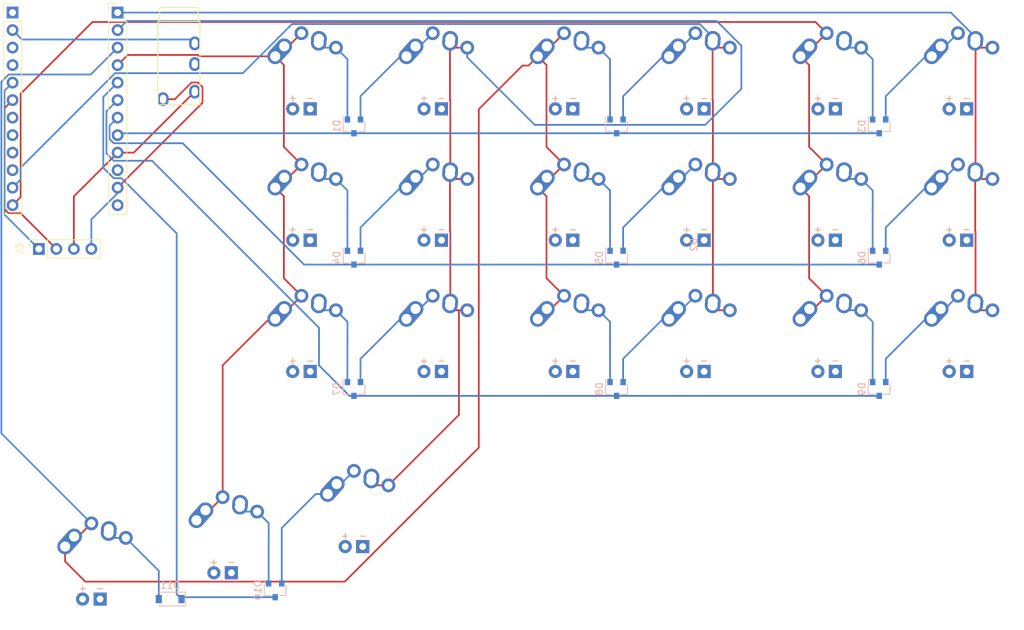
<source format=kicad_pcb>
(kicad_pcb (version 20171130) (host pcbnew "(5.1.9-0-10_14)")

  (general
    (thickness 1.6)
    (drawings 0)
    (tracks 296)
    (zones 0)
    (modules 36)
    (nets 37)
  )

  (page A4)
  (layers
    (0 F.Cu signal)
    (31 B.Cu signal)
    (32 B.Adhes user hide)
    (33 F.Adhes user hide)
    (34 B.Paste user hide)
    (35 F.Paste user hide)
    (36 B.SilkS user hide)
    (37 F.SilkS user hide)
    (38 B.Mask user hide)
    (39 F.Mask user hide)
    (40 Dwgs.User user hide)
    (41 Cmts.User user hide)
    (42 Eco1.User user hide)
    (43 Eco2.User user hide)
    (44 Edge.Cuts user hide)
    (45 Margin user hide)
    (46 B.CrtYd user hide)
    (47 F.CrtYd user hide)
    (48 B.Fab user hide)
    (49 F.Fab user hide)
  )

  (setup
    (last_trace_width 0.25)
    (trace_clearance 0.2)
    (zone_clearance 0.508)
    (zone_45_only no)
    (trace_min 0.2)
    (via_size 0.8)
    (via_drill 0.4)
    (via_min_size 0.4)
    (via_min_drill 0.3)
    (uvia_size 0.3)
    (uvia_drill 0.1)
    (uvias_allowed no)
    (uvia_min_size 0.2)
    (uvia_min_drill 0.1)
    (edge_width 0.05)
    (segment_width 0.2)
    (pcb_text_width 0.3)
    (pcb_text_size 1.5 1.5)
    (mod_edge_width 0.12)
    (mod_text_size 1 1)
    (mod_text_width 0.15)
    (pad_size 1.524 1.524)
    (pad_drill 0.762)
    (pad_to_mask_clearance 0)
    (aux_axis_origin 0 0)
    (visible_elements FFFFFF7F)
    (pcbplotparams
      (layerselection 0x010fc_ffffffff)
      (usegerberextensions false)
      (usegerberattributes true)
      (usegerberadvancedattributes true)
      (creategerberjobfile true)
      (excludeedgelayer true)
      (linewidth 0.100000)
      (plotframeref false)
      (viasonmask false)
      (mode 1)
      (useauxorigin false)
      (hpglpennumber 1)
      (hpglpenspeed 20)
      (hpglpendiameter 15.000000)
      (psnegative false)
      (psa4output false)
      (plotreference true)
      (plotvalue true)
      (plotinvisibletext false)
      (padsonsilk false)
      (subtractmaskfromsilk false)
      (outputformat 1)
      (mirror false)
      (drillshape 1)
      (scaleselection 1)
      (outputdirectory ""))
  )

  (net 0 "")
  (net 1 "Net-(D1-Pad2)")
  (net 2 "Net-(D1-Pad1)")
  (net 3 "Net-(D2-Pad2)")
  (net 4 "Net-(D2-Pad1)")
  (net 5 "Net-(D3-Pad2)")
  (net 6 "Net-(D3-Pad1)")
  (net 7 "Net-(D4-Pad2)")
  (net 8 "Net-(D4-Pad1)")
  (net 9 "Net-(D5-Pad2)")
  (net 10 "Net-(D5-Pad1)")
  (net 11 "Net-(D6-Pad2)")
  (net 12 "Net-(D6-Pad1)")
  (net 13 "Net-(D7-Pad2)")
  (net 14 "Net-(D7-Pad1)")
  (net 15 "Net-(D8-Pad2)")
  (net 16 "Net-(D8-Pad1)")
  (net 17 "Net-(D9-Pad2)")
  (net 18 "Net-(D9-Pad1)")
  (net 19 "Net-(D10-Pad2)")
  (net 20 "Net-(D10-Pad1)")
  (net 21 "Net-(D11-Pad2)")
  (net 22 /ROW0)
  (net 23 /ROW1)
  (net 24 /ROW2)
  (net 25 /ROW3)
  (net 26 /COL5)
  (net 27 /SDA)
  (net 28 /COL0)
  (net 29 /COL1)
  (net 30 /COL2)
  (net 31 /COL3)
  (net 32 /COL4)
  (net 33 /SERIAL)
  (net 34 VCC)
  (net 35 GND)
  (net 36 /SCL)

  (net_class Default "This is the default net class."
    (clearance 0.2)
    (trace_width 0.25)
    (via_dia 0.8)
    (via_drill 0.4)
    (uvia_dia 0.3)
    (uvia_drill 0.1)
    (add_net /COL0)
    (add_net /COL1)
    (add_net /COL2)
    (add_net /COL3)
    (add_net /COL4)
    (add_net /COL5)
    (add_net /ROW0)
    (add_net /ROW1)
    (add_net /ROW2)
    (add_net /ROW3)
    (add_net /SCL)
    (add_net /SDA)
    (add_net /SERIAL)
    (add_net GND)
    (add_net "Net-(D1-Pad1)")
    (add_net "Net-(D1-Pad2)")
    (add_net "Net-(D10-Pad1)")
    (add_net "Net-(D10-Pad2)")
    (add_net "Net-(D11-Pad2)")
    (add_net "Net-(D2-Pad1)")
    (add_net "Net-(D2-Pad2)")
    (add_net "Net-(D3-Pad1)")
    (add_net "Net-(D3-Pad2)")
    (add_net "Net-(D4-Pad1)")
    (add_net "Net-(D4-Pad2)")
    (add_net "Net-(D5-Pad1)")
    (add_net "Net-(D5-Pad2)")
    (add_net "Net-(D6-Pad1)")
    (add_net "Net-(D6-Pad2)")
    (add_net "Net-(D7-Pad1)")
    (add_net "Net-(D7-Pad2)")
    (add_net "Net-(D8-Pad1)")
    (add_net "Net-(D8-Pad2)")
    (add_net "Net-(D9-Pad1)")
    (add_net "Net-(D9-Pad2)")
    (add_net "Net-(J1-Pad1)")
    (add_net "Net-(J1-Pad10)")
    (add_net "Net-(J1-Pad3)")
    (add_net "Net-(J1-Pad4)")
    (add_net "Net-(J1-Pad7)")
    (add_net "Net-(J1-Pad8)")
    (add_net "Net-(J1-Pad9)")
    (add_net "Net-(J2-Pad10)")
    (add_net "Net-(J2-Pad12)")
    (add_net "Net-(U2-Pad3)")
    (add_net VCC)
  )

  (module Keebio-Parts:MX-Alps-Choc-1U (layer F.Cu) (tedit 5CE00D88) (tstamp 601D3240)
    (at 154.94 86.36)
    (path /603A47D5)
    (fp_text reference SW11 (at 0 3.175) (layer F.Fab)
      (effects (font (size 1 1) (thickness 0.15)))
    )
    (fp_text value SW_Push (at 0 -7.9375) (layer Dwgs.User)
      (effects (font (size 1 1) (thickness 0.15)))
    )
    (fp_line (start -9.525 9.525) (end -9.525 -9.525) (layer Dwgs.User) (width 0.15))
    (fp_line (start 9.525 9.525) (end -9.525 9.525) (layer Dwgs.User) (width 0.15))
    (fp_line (start 9.525 -9.525) (end 9.525 9.525) (layer Dwgs.User) (width 0.15))
    (fp_line (start -9.525 -9.525) (end 9.525 -9.525) (layer Dwgs.User) (width 0.15))
    (fp_line (start -7 -7) (end -7 -5) (layer Dwgs.User) (width 0.15))
    (fp_line (start -5 -7) (end -7 -7) (layer Dwgs.User) (width 0.15))
    (fp_line (start -7 7) (end -5 7) (layer Dwgs.User) (width 0.15))
    (fp_line (start -7 5) (end -7 7) (layer Dwgs.User) (width 0.15))
    (fp_line (start 7 7) (end 7 5) (layer Dwgs.User) (width 0.15))
    (fp_line (start 5 7) (end 7 7) (layer Dwgs.User) (width 0.15))
    (fp_line (start 7 -7) (end 7 -5) (layer Dwgs.User) (width 0.15))
    (fp_line (start 5 -7) (end 7 -7) (layer Dwgs.User) (width 0.15))
    (fp_text user + (at -1.27 3.5) (layer F.SilkS)
      (effects (font (size 1 1) (thickness 0.15)))
    )
    (fp_text user + (at -1.27 3.5) (layer B.SilkS)
      (effects (font (size 1 1) (thickness 0.15)))
    )
    (fp_text user - (at 1.27 3.5) (layer F.SilkS)
      (effects (font (size 1 1) (thickness 0.15)))
    )
    (fp_text user - (at 1.27 3.5) (layer B.SilkS)
      (effects (font (size 1 1) (thickness 0.15)))
    )
    (pad 2 thru_hole oval (at 2.5 -4.5 86.1) (size 2.831378 2.25) (drill 1.47 (offset 0.290689 0)) (layers *.Cu *.Mask)
      (net 12 "Net-(D6-Pad1)"))
    (pad 2 thru_hole circle (at 2.54 -5.08) (size 2.25 2.25) (drill 1.47) (layers *.Cu *.Mask)
      (net 12 "Net-(D6-Pad1)"))
    (pad 1 thru_hole oval (at -3.81 -2.54 48.1) (size 4.211556 2.25) (drill 1.47 (offset 0.980778 0)) (layers *.Cu *.Mask)
      (net 32 /COL4))
    (pad "" np_thru_hole circle (at 0 0) (size 3.9878 3.9878) (drill 3.9878) (layers *.Cu *.Mask))
    (pad 1 thru_hole circle (at -2.5 -4) (size 2.25 2.25) (drill 1.47) (layers *.Cu *.Mask)
      (net 32 /COL4))
    (pad "" np_thru_hole circle (at -5.08 0 48.0996) (size 1.75 1.75) (drill 1.75) (layers *.Cu *.Mask))
    (pad "" np_thru_hole circle (at 5.08 0 48.0996) (size 1.75 1.75) (drill 1.75) (layers *.Cu *.Mask))
    (pad 2 thru_hole circle (at 5 -3.8) (size 2 2) (drill 1.2) (layers *.Cu *.Mask)
      (net 12 "Net-(D6-Pad1)"))
    (pad 1 thru_hole circle (at 0 -5.9) (size 2 2) (drill 1.2) (layers *.Cu *.Mask)
      (net 32 /COL4))
    (pad "" np_thru_hole circle (at -5.5 0 48.1) (size 1.7 1.7) (drill 1.7) (layers *.Cu *.Mask))
    (pad "" np_thru_hole circle (at 5.5 0 48.1) (size 1.7 1.7) (drill 1.7) (layers *.Cu *.Mask))
    (pad "" np_thru_hole circle (at -5.22 4.2 48.1) (size 0.8 0.8) (drill 0.8) (layers *.Cu *.Mask))
    (pad 3 thru_hole circle (at -1.27 5.08) (size 1.905 1.905) (drill 0.9906) (layers *.Cu *.Mask))
    (pad 4 thru_hole rect (at 1.27 5.08) (size 1.905 1.905) (drill 0.9906) (layers *.Cu *.Mask))
  )

  (module Keebio-Parts:MX-Alps-Choc-1U (layer F.Cu) (tedit 5CE00D88) (tstamp 601D332E)
    (at 173.99 105.41)
    (path /603A8F1D)
    (fp_text reference SW18 (at 0 3.175) (layer F.Fab)
      (effects (font (size 1 1) (thickness 0.15)))
    )
    (fp_text value SW_Push (at 0 -7.9375) (layer Dwgs.User)
      (effects (font (size 1 1) (thickness 0.15)))
    )
    (fp_line (start -9.525 9.525) (end -9.525 -9.525) (layer Dwgs.User) (width 0.15))
    (fp_line (start 9.525 9.525) (end -9.525 9.525) (layer Dwgs.User) (width 0.15))
    (fp_line (start 9.525 -9.525) (end 9.525 9.525) (layer Dwgs.User) (width 0.15))
    (fp_line (start -9.525 -9.525) (end 9.525 -9.525) (layer Dwgs.User) (width 0.15))
    (fp_line (start -7 -7) (end -7 -5) (layer Dwgs.User) (width 0.15))
    (fp_line (start -5 -7) (end -7 -7) (layer Dwgs.User) (width 0.15))
    (fp_line (start -7 7) (end -5 7) (layer Dwgs.User) (width 0.15))
    (fp_line (start -7 5) (end -7 7) (layer Dwgs.User) (width 0.15))
    (fp_line (start 7 7) (end 7 5) (layer Dwgs.User) (width 0.15))
    (fp_line (start 5 7) (end 7 7) (layer Dwgs.User) (width 0.15))
    (fp_line (start 7 -7) (end 7 -5) (layer Dwgs.User) (width 0.15))
    (fp_line (start 5 -7) (end 7 -7) (layer Dwgs.User) (width 0.15))
    (fp_text user + (at -1.27 3.5) (layer F.SilkS)
      (effects (font (size 1 1) (thickness 0.15)))
    )
    (fp_text user + (at -1.27 3.5) (layer B.SilkS)
      (effects (font (size 1 1) (thickness 0.15)))
    )
    (fp_text user - (at 1.27 3.5) (layer F.SilkS)
      (effects (font (size 1 1) (thickness 0.15)))
    )
    (fp_text user - (at 1.27 3.5) (layer B.SilkS)
      (effects (font (size 1 1) (thickness 0.15)))
    )
    (pad 2 thru_hole oval (at 2.5 -4.5 86.1) (size 2.831378 2.25) (drill 1.47 (offset 0.290689 0)) (layers *.Cu *.Mask)
      (net 26 /COL5))
    (pad 2 thru_hole circle (at 2.54 -5.08) (size 2.25 2.25) (drill 1.47) (layers *.Cu *.Mask)
      (net 26 /COL5))
    (pad 1 thru_hole oval (at -3.81 -2.54 48.1) (size 4.211556 2.25) (drill 1.47 (offset 0.980778 0)) (layers *.Cu *.Mask)
      (net 17 "Net-(D9-Pad2)"))
    (pad "" np_thru_hole circle (at 0 0) (size 3.9878 3.9878) (drill 3.9878) (layers *.Cu *.Mask))
    (pad 1 thru_hole circle (at -2.5 -4) (size 2.25 2.25) (drill 1.47) (layers *.Cu *.Mask)
      (net 17 "Net-(D9-Pad2)"))
    (pad "" np_thru_hole circle (at -5.08 0 48.0996) (size 1.75 1.75) (drill 1.75) (layers *.Cu *.Mask))
    (pad "" np_thru_hole circle (at 5.08 0 48.0996) (size 1.75 1.75) (drill 1.75) (layers *.Cu *.Mask))
    (pad 2 thru_hole circle (at 5 -3.8) (size 2 2) (drill 1.2) (layers *.Cu *.Mask)
      (net 26 /COL5))
    (pad 1 thru_hole circle (at 0 -5.9) (size 2 2) (drill 1.2) (layers *.Cu *.Mask)
      (net 17 "Net-(D9-Pad2)"))
    (pad "" np_thru_hole circle (at -5.5 0 48.1) (size 1.7 1.7) (drill 1.7) (layers *.Cu *.Mask))
    (pad "" np_thru_hole circle (at 5.5 0 48.1) (size 1.7 1.7) (drill 1.7) (layers *.Cu *.Mask))
    (pad "" np_thru_hole circle (at -5.22 4.2 48.1) (size 0.8 0.8) (drill 0.8) (layers *.Cu *.Mask))
    (pad 3 thru_hole circle (at -1.27 5.08) (size 1.905 1.905) (drill 0.9906) (layers *.Cu *.Mask))
    (pad 4 thru_hole rect (at 1.27 5.08) (size 1.905 1.905) (drill 0.9906) (layers *.Cu *.Mask))
  )

  (module Keebio-Parts:MX-Alps-Choc-1U (layer F.Cu) (tedit 5CE00D88) (tstamp 601D31FC)
    (at 116.84 86.36)
    (path /603A47C1)
    (fp_text reference SW9 (at 0 3.175) (layer F.Fab)
      (effects (font (size 1 1) (thickness 0.15)))
    )
    (fp_text value SW_Push (at 0 -7.9375) (layer Dwgs.User)
      (effects (font (size 1 1) (thickness 0.15)))
    )
    (fp_line (start -9.525 9.525) (end -9.525 -9.525) (layer Dwgs.User) (width 0.15))
    (fp_line (start 9.525 9.525) (end -9.525 9.525) (layer Dwgs.User) (width 0.15))
    (fp_line (start 9.525 -9.525) (end 9.525 9.525) (layer Dwgs.User) (width 0.15))
    (fp_line (start -9.525 -9.525) (end 9.525 -9.525) (layer Dwgs.User) (width 0.15))
    (fp_line (start -7 -7) (end -7 -5) (layer Dwgs.User) (width 0.15))
    (fp_line (start -5 -7) (end -7 -7) (layer Dwgs.User) (width 0.15))
    (fp_line (start -7 7) (end -5 7) (layer Dwgs.User) (width 0.15))
    (fp_line (start -7 5) (end -7 7) (layer Dwgs.User) (width 0.15))
    (fp_line (start 7 7) (end 7 5) (layer Dwgs.User) (width 0.15))
    (fp_line (start 5 7) (end 7 7) (layer Dwgs.User) (width 0.15))
    (fp_line (start 7 -7) (end 7 -5) (layer Dwgs.User) (width 0.15))
    (fp_line (start 5 -7) (end 7 -7) (layer Dwgs.User) (width 0.15))
    (fp_text user + (at -1.27 3.5) (layer F.SilkS)
      (effects (font (size 1 1) (thickness 0.15)))
    )
    (fp_text user + (at -1.27 3.5) (layer B.SilkS)
      (effects (font (size 1 1) (thickness 0.15)))
    )
    (fp_text user - (at 1.27 3.5) (layer F.SilkS)
      (effects (font (size 1 1) (thickness 0.15)))
    )
    (fp_text user - (at 1.27 3.5) (layer B.SilkS)
      (effects (font (size 1 1) (thickness 0.15)))
    )
    (pad 2 thru_hole oval (at 2.5 -4.5 86.1) (size 2.831378 2.25) (drill 1.47 (offset 0.290689 0)) (layers *.Cu *.Mask)
      (net 10 "Net-(D5-Pad1)"))
    (pad 2 thru_hole circle (at 2.54 -5.08) (size 2.25 2.25) (drill 1.47) (layers *.Cu *.Mask)
      (net 10 "Net-(D5-Pad1)"))
    (pad 1 thru_hole oval (at -3.81 -2.54 48.1) (size 4.211556 2.25) (drill 1.47 (offset 0.980778 0)) (layers *.Cu *.Mask)
      (net 30 /COL2))
    (pad "" np_thru_hole circle (at 0 0) (size 3.9878 3.9878) (drill 3.9878) (layers *.Cu *.Mask))
    (pad 1 thru_hole circle (at -2.5 -4) (size 2.25 2.25) (drill 1.47) (layers *.Cu *.Mask)
      (net 30 /COL2))
    (pad "" np_thru_hole circle (at -5.08 0 48.0996) (size 1.75 1.75) (drill 1.75) (layers *.Cu *.Mask))
    (pad "" np_thru_hole circle (at 5.08 0 48.0996) (size 1.75 1.75) (drill 1.75) (layers *.Cu *.Mask))
    (pad 2 thru_hole circle (at 5 -3.8) (size 2 2) (drill 1.2) (layers *.Cu *.Mask)
      (net 10 "Net-(D5-Pad1)"))
    (pad 1 thru_hole circle (at 0 -5.9) (size 2 2) (drill 1.2) (layers *.Cu *.Mask)
      (net 30 /COL2))
    (pad "" np_thru_hole circle (at -5.5 0 48.1) (size 1.7 1.7) (drill 1.7) (layers *.Cu *.Mask))
    (pad "" np_thru_hole circle (at 5.5 0 48.1) (size 1.7 1.7) (drill 1.7) (layers *.Cu *.Mask))
    (pad "" np_thru_hole circle (at -5.22 4.2 48.1) (size 0.8 0.8) (drill 0.8) (layers *.Cu *.Mask))
    (pad 3 thru_hole circle (at -1.27 5.08) (size 1.905 1.905) (drill 0.9906) (layers *.Cu *.Mask))
    (pad 4 thru_hole rect (at 1.27 5.08) (size 1.905 1.905) (drill 0.9906) (layers *.Cu *.Mask))
  )

  (module Connector_PinSocket_2.54mm:PinSocket_1x04_P2.54mm_Vertical (layer F.Cu) (tedit 5A19A429) (tstamp 601E5F47)
    (at 40.64 92.71 90)
    (descr "Through hole straight socket strip, 1x04, 2.54mm pitch, single row (from Kicad 4.0.7), script generated")
    (tags "Through hole socket strip THT 1x04 2.54mm single row")
    (path /60477B7D)
    (fp_text reference J3 (at 0 -2.77 90) (layer F.SilkS)
      (effects (font (size 1 1) (thickness 0.15)))
    )
    (fp_text value Conn_01x04_Female (at 0 10.39 90) (layer F.Fab)
      (effects (font (size 1 1) (thickness 0.15)))
    )
    (fp_text user %R (at 0 3.81) (layer F.Fab)
      (effects (font (size 1 1) (thickness 0.15)))
    )
    (fp_line (start -1.27 -1.27) (end 0.635 -1.27) (layer F.Fab) (width 0.1))
    (fp_line (start 0.635 -1.27) (end 1.27 -0.635) (layer F.Fab) (width 0.1))
    (fp_line (start 1.27 -0.635) (end 1.27 8.89) (layer F.Fab) (width 0.1))
    (fp_line (start 1.27 8.89) (end -1.27 8.89) (layer F.Fab) (width 0.1))
    (fp_line (start -1.27 8.89) (end -1.27 -1.27) (layer F.Fab) (width 0.1))
    (fp_line (start -1.33 1.27) (end 1.33 1.27) (layer F.SilkS) (width 0.12))
    (fp_line (start -1.33 1.27) (end -1.33 8.95) (layer F.SilkS) (width 0.12))
    (fp_line (start -1.33 8.95) (end 1.33 8.95) (layer F.SilkS) (width 0.12))
    (fp_line (start 1.33 1.27) (end 1.33 8.95) (layer F.SilkS) (width 0.12))
    (fp_line (start 1.33 -1.33) (end 1.33 0) (layer F.SilkS) (width 0.12))
    (fp_line (start 0 -1.33) (end 1.33 -1.33) (layer F.SilkS) (width 0.12))
    (fp_line (start -1.8 -1.8) (end 1.75 -1.8) (layer F.CrtYd) (width 0.05))
    (fp_line (start 1.75 -1.8) (end 1.75 9.4) (layer F.CrtYd) (width 0.05))
    (fp_line (start 1.75 9.4) (end -1.8 9.4) (layer F.CrtYd) (width 0.05))
    (fp_line (start -1.8 9.4) (end -1.8 -1.8) (layer F.CrtYd) (width 0.05))
    (pad 4 thru_hole oval (at 0 7.62 90) (size 1.7 1.7) (drill 1) (layers *.Cu *.Mask)
      (net 35 GND))
    (pad 3 thru_hole oval (at 0 5.08 90) (size 1.7 1.7) (drill 1) (layers *.Cu *.Mask)
      (net 34 VCC))
    (pad 2 thru_hole oval (at 0 2.54 90) (size 1.7 1.7) (drill 1) (layers *.Cu *.Mask)
      (net 36 /SCL))
    (pad 1 thru_hole rect (at 0 0 90) (size 1.7 1.7) (drill 1) (layers *.Cu *.Mask)
      (net 27 /SDA))
    (model ${KISYS3DMOD}/Connector_PinSocket_2.54mm.3dshapes/PinSocket_1x04_P2.54mm_Vertical.wrl
      (at (xyz 0 0 0))
      (scale (xyz 1 1 1))
      (rotate (xyz 0 0 0))
    )
  )

  (module Connector_PinHeader_2.54mm:PinHeader_1x12_P2.54mm_Vertical (layer F.Cu) (tedit 59FED5CC) (tstamp 601E31DE)
    (at 52.07 58.42)
    (descr "Through hole straight pin header, 1x12, 2.54mm pitch, single row")
    (tags "Through hole pin header THT 1x12 2.54mm single row")
    (path /60456305)
    (fp_text reference J2 (at 0 -2.33) (layer F.SilkS)
      (effects (font (size 1 1) (thickness 0.15)))
    )
    (fp_text value Conn_01x12 (at 0 30.27) (layer F.Fab)
      (effects (font (size 1 1) (thickness 0.15)))
    )
    (fp_text user %R (at 0 13.97 90) (layer F.Fab)
      (effects (font (size 1 1) (thickness 0.15)))
    )
    (fp_line (start -0.635 -1.27) (end 1.27 -1.27) (layer F.Fab) (width 0.1))
    (fp_line (start 1.27 -1.27) (end 1.27 29.21) (layer F.Fab) (width 0.1))
    (fp_line (start 1.27 29.21) (end -1.27 29.21) (layer F.Fab) (width 0.1))
    (fp_line (start -1.27 29.21) (end -1.27 -0.635) (layer F.Fab) (width 0.1))
    (fp_line (start -1.27 -0.635) (end -0.635 -1.27) (layer F.Fab) (width 0.1))
    (fp_line (start -1.33 29.27) (end 1.33 29.27) (layer F.SilkS) (width 0.12))
    (fp_line (start -1.33 1.27) (end -1.33 29.27) (layer F.SilkS) (width 0.12))
    (fp_line (start 1.33 1.27) (end 1.33 29.27) (layer F.SilkS) (width 0.12))
    (fp_line (start -1.33 1.27) (end 1.33 1.27) (layer F.SilkS) (width 0.12))
    (fp_line (start -1.33 0) (end -1.33 -1.33) (layer F.SilkS) (width 0.12))
    (fp_line (start -1.33 -1.33) (end 0 -1.33) (layer F.SilkS) (width 0.12))
    (fp_line (start -1.8 -1.8) (end -1.8 29.75) (layer F.CrtYd) (width 0.05))
    (fp_line (start -1.8 29.75) (end 1.8 29.75) (layer F.CrtYd) (width 0.05))
    (fp_line (start 1.8 29.75) (end 1.8 -1.8) (layer F.CrtYd) (width 0.05))
    (fp_line (start 1.8 -1.8) (end -1.8 -1.8) (layer F.CrtYd) (width 0.05))
    (pad 12 thru_hole oval (at 0 27.94) (size 1.7 1.7) (drill 1) (layers *.Cu *.Mask))
    (pad 11 thru_hole oval (at 0 25.4) (size 1.7 1.7) (drill 1) (layers *.Cu *.Mask)
      (net 35 GND))
    (pad 10 thru_hole oval (at 0 22.86) (size 1.7 1.7) (drill 1) (layers *.Cu *.Mask))
    (pad 9 thru_hole oval (at 0 20.32) (size 1.7 1.7) (drill 1) (layers *.Cu *.Mask)
      (net 34 VCC))
    (pad 8 thru_hole oval (at 0 17.78) (size 1.7 1.7) (drill 1) (layers *.Cu *.Mask)
      (net 22 /ROW0))
    (pad 7 thru_hole oval (at 0 15.24) (size 1.7 1.7) (drill 1) (layers *.Cu *.Mask)
      (net 23 /ROW1))
    (pad 6 thru_hole oval (at 0 12.7) (size 1.7 1.7) (drill 1) (layers *.Cu *.Mask)
      (net 24 /ROW2))
    (pad 5 thru_hole oval (at 0 10.16) (size 1.7 1.7) (drill 1) (layers *.Cu *.Mask)
      (net 25 /ROW3))
    (pad 4 thru_hole oval (at 0 7.62) (size 1.7 1.7) (drill 1) (layers *.Cu *.Mask)
      (net 28 /COL0))
    (pad 3 thru_hole oval (at 0 5.08) (size 1.7 1.7) (drill 1) (layers *.Cu *.Mask)
      (net 30 /COL2))
    (pad 2 thru_hole oval (at 0 2.54) (size 1.7 1.7) (drill 1) (layers *.Cu *.Mask)
      (net 29 /COL1))
    (pad 1 thru_hole rect (at 0 0) (size 1.7 1.7) (drill 1) (layers *.Cu *.Mask)
      (net 26 /COL5))
    (model ${KISYS3DMOD}/Connector_PinHeader_2.54mm.3dshapes/PinHeader_1x12_P2.54mm_Vertical.wrl
      (at (xyz 0 0 0))
      (scale (xyz 1 1 1))
      (rotate (xyz 0 0 0))
    )
  )

  (module Connector_PinHeader_2.54mm:PinHeader_1x12_P2.54mm_Vertical (layer F.Cu) (tedit 59FED5CC) (tstamp 601E31C9)
    (at 36.83 58.42)
    (descr "Through hole straight pin header, 1x12, 2.54mm pitch, single row")
    (tags "Through hole pin header THT 1x12 2.54mm single row")
    (path /6044E7FE)
    (fp_text reference J1 (at 0 -2.33) (layer F.SilkS)
      (effects (font (size 1 1) (thickness 0.15)))
    )
    (fp_text value Conn_01x12 (at 0 30.27) (layer F.Fab)
      (effects (font (size 1 1) (thickness 0.15)))
    )
    (fp_text user %R (at 0 13.97 90) (layer F.Fab)
      (effects (font (size 1 1) (thickness 0.15)))
    )
    (fp_line (start -0.635 -1.27) (end 1.27 -1.27) (layer F.Fab) (width 0.1))
    (fp_line (start 1.27 -1.27) (end 1.27 29.21) (layer F.Fab) (width 0.1))
    (fp_line (start 1.27 29.21) (end -1.27 29.21) (layer F.Fab) (width 0.1))
    (fp_line (start -1.27 29.21) (end -1.27 -0.635) (layer F.Fab) (width 0.1))
    (fp_line (start -1.27 -0.635) (end -0.635 -1.27) (layer F.Fab) (width 0.1))
    (fp_line (start -1.33 29.27) (end 1.33 29.27) (layer F.SilkS) (width 0.12))
    (fp_line (start -1.33 1.27) (end -1.33 29.27) (layer F.SilkS) (width 0.12))
    (fp_line (start 1.33 1.27) (end 1.33 29.27) (layer F.SilkS) (width 0.12))
    (fp_line (start -1.33 1.27) (end 1.33 1.27) (layer F.SilkS) (width 0.12))
    (fp_line (start -1.33 0) (end -1.33 -1.33) (layer F.SilkS) (width 0.12))
    (fp_line (start -1.33 -1.33) (end 0 -1.33) (layer F.SilkS) (width 0.12))
    (fp_line (start -1.8 -1.8) (end -1.8 29.75) (layer F.CrtYd) (width 0.05))
    (fp_line (start -1.8 29.75) (end 1.8 29.75) (layer F.CrtYd) (width 0.05))
    (fp_line (start 1.8 29.75) (end 1.8 -1.8) (layer F.CrtYd) (width 0.05))
    (fp_line (start 1.8 -1.8) (end -1.8 -1.8) (layer F.CrtYd) (width 0.05))
    (pad 12 thru_hole oval (at 0 27.94) (size 1.7 1.7) (drill 1) (layers *.Cu *.Mask)
      (net 32 /COL4))
    (pad 11 thru_hole oval (at 0 25.4) (size 1.7 1.7) (drill 1) (layers *.Cu *.Mask)
      (net 31 /COL3))
    (pad 10 thru_hole oval (at 0 22.86) (size 1.7 1.7) (drill 1) (layers *.Cu *.Mask))
    (pad 9 thru_hole oval (at 0 20.32) (size 1.7 1.7) (drill 1) (layers *.Cu *.Mask))
    (pad 8 thru_hole oval (at 0 17.78) (size 1.7 1.7) (drill 1) (layers *.Cu *.Mask))
    (pad 7 thru_hole oval (at 0 15.24) (size 1.7 1.7) (drill 1) (layers *.Cu *.Mask))
    (pad 6 thru_hole oval (at 0 12.7) (size 1.7 1.7) (drill 1) (layers *.Cu *.Mask)
      (net 36 /SCL))
    (pad 5 thru_hole oval (at 0 10.16) (size 1.7 1.7) (drill 1) (layers *.Cu *.Mask)
      (net 27 /SDA))
    (pad 4 thru_hole oval (at 0 7.62) (size 1.7 1.7) (drill 1) (layers *.Cu *.Mask))
    (pad 3 thru_hole oval (at 0 5.08) (size 1.7 1.7) (drill 1) (layers *.Cu *.Mask))
    (pad 2 thru_hole oval (at 0 2.54) (size 1.7 1.7) (drill 1) (layers *.Cu *.Mask)
      (net 33 /SERIAL))
    (pad 1 thru_hole rect (at 0 0) (size 1.7 1.7) (drill 1) (layers *.Cu *.Mask))
    (model ${KISYS3DMOD}/Connector_PinHeader_2.54mm.3dshapes/PinHeader_1x12_P2.54mm_Vertical.wrl
      (at (xyz 0 0 0))
      (scale (xyz 1 1 1))
      (rotate (xyz 0 0 0))
    )
  )

  (module Keebio-Parts:TRRS-PJ-320A (layer F.Cu) (tedit 5D54377F) (tstamp 601E3771)
    (at 60.96 59.69)
    (path /603D1957)
    (fp_text reference U2 (at 0 14.2) (layer Dwgs.User)
      (effects (font (size 1 1) (thickness 0.15)))
    )
    (fp_text value TRRS (at 0 -5.6) (layer F.Fab)
      (effects (font (size 1 1) (thickness 0.15)))
    )
    (fp_text user Sleeve (at 0.25 11.4) (layer F.Fab)
      (effects (font (size 0.7 0.7) (thickness 0.1)))
    )
    (fp_text user Tip (at 0 10) (layer F.Fab)
      (effects (font (size 0.7 0.7) (thickness 0.1)))
    )
    (fp_text user Ring1 (at 0 6.25) (layer F.Fab)
      (effects (font (size 0.7 0.7) (thickness 0.1)))
    )
    (fp_text user Ring2 (at 0 3.25) (layer F.Fab)
      (effects (font (size 0.7 0.7) (thickness 0.1)))
    )
    (fp_line (start 3.05 0) (end -3.05 0) (layer F.SilkS) (width 0.15))
    (fp_line (start 3.05 12.1) (end -3.05 12.1) (layer F.SilkS) (width 0.15))
    (fp_line (start 3.05 0) (end 3.05 12.1) (layer F.SilkS) (width 0.15))
    (fp_line (start -3.05 0) (end -3.05 12.1) (layer F.SilkS) (width 0.15))
    (fp_line (start 2.8 0) (end 2.8 -2) (layer F.SilkS) (width 0.15))
    (fp_line (start -2.8 0) (end -2.8 -2) (layer F.SilkS) (width 0.15))
    (fp_line (start 2.8 -2) (end -2.8 -2) (layer F.SilkS) (width 0.15))
    (pad 3 thru_hole oval (at 2.3 6.2) (size 1.6 2) (drill oval 0.9 1.3) (layers *.Cu *.Mask))
    (pad "" np_thru_hole circle (at 0 1.6) (size 0.8 0.8) (drill 0.8) (layers *.Cu *.Mask))
    (pad "" np_thru_hole circle (at 0 8.6) (size 0.8 0.8) (drill 0.8) (layers *.Cu *.Mask))
    (pad 4 thru_hole oval (at 2.3 3.2) (size 1.6 2) (drill oval 0.9 1.3) (layers *.Cu *.Mask)
      (net 33 /SERIAL))
    (pad 2 thru_hole oval (at 2.3 10.2) (size 1.6 2) (drill oval 0.9 1.3) (layers *.Cu *.Mask)
      (net 34 VCC))
    (pad 1 thru_hole oval (at -2.3 11.3) (size 1.6 2) (drill oval 0.9 1.3) (layers *.Cu *.Mask)
      (net 35 GND))
    (model /Users/danny/syncproj/kicad-libs/footprints/Keebio-Parts.pretty/3dmodels/PJ-320A.step
      (at (xyz 0 0 0))
      (scale (xyz 1 1 1))
      (rotate (xyz -90 0 180))
    )
  )

  (module Keebio-Parts:MX-Alps-Choc-1U (layer F.Cu) (tedit 5CE00D88) (tstamp 601D3394)
    (at 48.26 138.43)
    (path /603AEC0B)
    (fp_text reference SW21 (at 0 3.175) (layer F.Fab)
      (effects (font (size 1 1) (thickness 0.15)))
    )
    (fp_text value SW_Push (at 0 -7.9375) (layer Dwgs.User)
      (effects (font (size 1 1) (thickness 0.15)))
    )
    (fp_text user - (at 1.27 3.5) (layer B.SilkS)
      (effects (font (size 1 1) (thickness 0.15)))
    )
    (fp_text user - (at 1.27 3.5) (layer F.SilkS)
      (effects (font (size 1 1) (thickness 0.15)))
    )
    (fp_text user + (at -1.27 3.5) (layer B.SilkS)
      (effects (font (size 1 1) (thickness 0.15)))
    )
    (fp_text user + (at -1.27 3.5) (layer F.SilkS)
      (effects (font (size 1 1) (thickness 0.15)))
    )
    (fp_line (start 5 -7) (end 7 -7) (layer Dwgs.User) (width 0.15))
    (fp_line (start 7 -7) (end 7 -5) (layer Dwgs.User) (width 0.15))
    (fp_line (start 5 7) (end 7 7) (layer Dwgs.User) (width 0.15))
    (fp_line (start 7 7) (end 7 5) (layer Dwgs.User) (width 0.15))
    (fp_line (start -7 5) (end -7 7) (layer Dwgs.User) (width 0.15))
    (fp_line (start -7 7) (end -5 7) (layer Dwgs.User) (width 0.15))
    (fp_line (start -5 -7) (end -7 -7) (layer Dwgs.User) (width 0.15))
    (fp_line (start -7 -7) (end -7 -5) (layer Dwgs.User) (width 0.15))
    (fp_line (start -9.525 -9.525) (end 9.525 -9.525) (layer Dwgs.User) (width 0.15))
    (fp_line (start 9.525 -9.525) (end 9.525 9.525) (layer Dwgs.User) (width 0.15))
    (fp_line (start 9.525 9.525) (end -9.525 9.525) (layer Dwgs.User) (width 0.15))
    (fp_line (start -9.525 9.525) (end -9.525 -9.525) (layer Dwgs.User) (width 0.15))
    (pad 4 thru_hole rect (at 1.27 5.08) (size 1.905 1.905) (drill 0.9906) (layers *.Cu *.Mask))
    (pad 3 thru_hole circle (at -1.27 5.08) (size 1.905 1.905) (drill 0.9906) (layers *.Cu *.Mask))
    (pad "" np_thru_hole circle (at -5.22 4.2 48.1) (size 0.8 0.8) (drill 0.8) (layers *.Cu *.Mask))
    (pad "" np_thru_hole circle (at 5.5 0 48.1) (size 1.7 1.7) (drill 1.7) (layers *.Cu *.Mask))
    (pad "" np_thru_hole circle (at -5.5 0 48.1) (size 1.7 1.7) (drill 1.7) (layers *.Cu *.Mask))
    (pad 1 thru_hole circle (at 0 -5.9) (size 2 2) (drill 1.2) (layers *.Cu *.Mask)
      (net 30 /COL2))
    (pad 2 thru_hole circle (at 5 -3.8) (size 2 2) (drill 1.2) (layers *.Cu *.Mask)
      (net 21 "Net-(D11-Pad2)"))
    (pad "" np_thru_hole circle (at 5.08 0 48.0996) (size 1.75 1.75) (drill 1.75) (layers *.Cu *.Mask))
    (pad "" np_thru_hole circle (at -5.08 0 48.0996) (size 1.75 1.75) (drill 1.75) (layers *.Cu *.Mask))
    (pad 1 thru_hole circle (at -2.5 -4) (size 2.25 2.25) (drill 1.47) (layers *.Cu *.Mask)
      (net 30 /COL2))
    (pad "" np_thru_hole circle (at 0 0) (size 3.9878 3.9878) (drill 3.9878) (layers *.Cu *.Mask))
    (pad 1 thru_hole oval (at -3.81 -2.54 48.1) (size 4.211556 2.25) (drill 1.47 (offset 0.980778 0)) (layers *.Cu *.Mask)
      (net 30 /COL2))
    (pad 2 thru_hole circle (at 2.54 -5.08) (size 2.25 2.25) (drill 1.47) (layers *.Cu *.Mask)
      (net 21 "Net-(D11-Pad2)"))
    (pad 2 thru_hole oval (at 2.5 -4.5 86.1) (size 2.831378 2.25) (drill 1.47 (offset 0.290689 0)) (layers *.Cu *.Mask)
      (net 21 "Net-(D11-Pad2)"))
  )

  (module Keebio-Parts:MX-Alps-Choc-1U (layer F.Cu) (tedit 5CE00D88) (tstamp 601D3372)
    (at 86.36 130.81)
    (path /603AEBFD)
    (fp_text reference SW20 (at 0 3.175) (layer F.Fab)
      (effects (font (size 1 1) (thickness 0.15)))
    )
    (fp_text value SW_Push (at 0 -7.9375) (layer Dwgs.User)
      (effects (font (size 1 1) (thickness 0.15)))
    )
    (fp_text user - (at 1.27 3.5) (layer B.SilkS)
      (effects (font (size 1 1) (thickness 0.15)))
    )
    (fp_text user - (at 1.27 3.5) (layer F.SilkS)
      (effects (font (size 1 1) (thickness 0.15)))
    )
    (fp_text user + (at -1.27 3.5) (layer B.SilkS)
      (effects (font (size 1 1) (thickness 0.15)))
    )
    (fp_text user + (at -1.27 3.5) (layer F.SilkS)
      (effects (font (size 1 1) (thickness 0.15)))
    )
    (fp_line (start 5 -7) (end 7 -7) (layer Dwgs.User) (width 0.15))
    (fp_line (start 7 -7) (end 7 -5) (layer Dwgs.User) (width 0.15))
    (fp_line (start 5 7) (end 7 7) (layer Dwgs.User) (width 0.15))
    (fp_line (start 7 7) (end 7 5) (layer Dwgs.User) (width 0.15))
    (fp_line (start -7 5) (end -7 7) (layer Dwgs.User) (width 0.15))
    (fp_line (start -7 7) (end -5 7) (layer Dwgs.User) (width 0.15))
    (fp_line (start -5 -7) (end -7 -7) (layer Dwgs.User) (width 0.15))
    (fp_line (start -7 -7) (end -7 -5) (layer Dwgs.User) (width 0.15))
    (fp_line (start -9.525 -9.525) (end 9.525 -9.525) (layer Dwgs.User) (width 0.15))
    (fp_line (start 9.525 -9.525) (end 9.525 9.525) (layer Dwgs.User) (width 0.15))
    (fp_line (start 9.525 9.525) (end -9.525 9.525) (layer Dwgs.User) (width 0.15))
    (fp_line (start -9.525 9.525) (end -9.525 -9.525) (layer Dwgs.User) (width 0.15))
    (pad 4 thru_hole rect (at 1.27 5.08) (size 1.905 1.905) (drill 0.9906) (layers *.Cu *.Mask))
    (pad 3 thru_hole circle (at -1.27 5.08) (size 1.905 1.905) (drill 0.9906) (layers *.Cu *.Mask))
    (pad "" np_thru_hole circle (at -5.22 4.2 48.1) (size 0.8 0.8) (drill 0.8) (layers *.Cu *.Mask))
    (pad "" np_thru_hole circle (at 5.5 0 48.1) (size 1.7 1.7) (drill 1.7) (layers *.Cu *.Mask))
    (pad "" np_thru_hole circle (at -5.5 0 48.1) (size 1.7 1.7) (drill 1.7) (layers *.Cu *.Mask))
    (pad 1 thru_hole circle (at 0 -5.9) (size 2 2) (drill 1.2) (layers *.Cu *.Mask)
      (net 19 "Net-(D10-Pad2)"))
    (pad 2 thru_hole circle (at 5 -3.8) (size 2 2) (drill 1.2) (layers *.Cu *.Mask)
      (net 29 /COL1))
    (pad "" np_thru_hole circle (at 5.08 0 48.0996) (size 1.75 1.75) (drill 1.75) (layers *.Cu *.Mask))
    (pad "" np_thru_hole circle (at -5.08 0 48.0996) (size 1.75 1.75) (drill 1.75) (layers *.Cu *.Mask))
    (pad 1 thru_hole circle (at -2.5 -4) (size 2.25 2.25) (drill 1.47) (layers *.Cu *.Mask)
      (net 19 "Net-(D10-Pad2)"))
    (pad "" np_thru_hole circle (at 0 0) (size 3.9878 3.9878) (drill 3.9878) (layers *.Cu *.Mask))
    (pad 1 thru_hole oval (at -3.81 -2.54 48.1) (size 4.211556 2.25) (drill 1.47 (offset 0.980778 0)) (layers *.Cu *.Mask)
      (net 19 "Net-(D10-Pad2)"))
    (pad 2 thru_hole circle (at 2.54 -5.08) (size 2.25 2.25) (drill 1.47) (layers *.Cu *.Mask)
      (net 29 /COL1))
    (pad 2 thru_hole oval (at 2.5 -4.5 86.1) (size 2.831378 2.25) (drill 1.47 (offset 0.290689 0)) (layers *.Cu *.Mask)
      (net 29 /COL1))
  )

  (module Keebio-Parts:MX-Alps-Choc-1U (layer F.Cu) (tedit 5CE00D88) (tstamp 601D3350)
    (at 67.31 134.62)
    (path /603AEBF7)
    (fp_text reference SW19 (at 0 3.175) (layer F.Fab)
      (effects (font (size 1 1) (thickness 0.15)))
    )
    (fp_text value SW_Push (at 0 -7.9375) (layer Dwgs.User)
      (effects (font (size 1 1) (thickness 0.15)))
    )
    (fp_text user - (at 1.27 3.5) (layer B.SilkS)
      (effects (font (size 1 1) (thickness 0.15)))
    )
    (fp_text user - (at 1.27 3.5) (layer F.SilkS)
      (effects (font (size 1 1) (thickness 0.15)))
    )
    (fp_text user + (at -1.27 3.5) (layer B.SilkS)
      (effects (font (size 1 1) (thickness 0.15)))
    )
    (fp_text user + (at -1.27 3.5) (layer F.SilkS)
      (effects (font (size 1 1) (thickness 0.15)))
    )
    (fp_line (start 5 -7) (end 7 -7) (layer Dwgs.User) (width 0.15))
    (fp_line (start 7 -7) (end 7 -5) (layer Dwgs.User) (width 0.15))
    (fp_line (start 5 7) (end 7 7) (layer Dwgs.User) (width 0.15))
    (fp_line (start 7 7) (end 7 5) (layer Dwgs.User) (width 0.15))
    (fp_line (start -7 5) (end -7 7) (layer Dwgs.User) (width 0.15))
    (fp_line (start -7 7) (end -5 7) (layer Dwgs.User) (width 0.15))
    (fp_line (start -5 -7) (end -7 -7) (layer Dwgs.User) (width 0.15))
    (fp_line (start -7 -7) (end -7 -5) (layer Dwgs.User) (width 0.15))
    (fp_line (start -9.525 -9.525) (end 9.525 -9.525) (layer Dwgs.User) (width 0.15))
    (fp_line (start 9.525 -9.525) (end 9.525 9.525) (layer Dwgs.User) (width 0.15))
    (fp_line (start 9.525 9.525) (end -9.525 9.525) (layer Dwgs.User) (width 0.15))
    (fp_line (start -9.525 9.525) (end -9.525 -9.525) (layer Dwgs.User) (width 0.15))
    (pad 4 thru_hole rect (at 1.27 5.08) (size 1.905 1.905) (drill 0.9906) (layers *.Cu *.Mask))
    (pad 3 thru_hole circle (at -1.27 5.08) (size 1.905 1.905) (drill 0.9906) (layers *.Cu *.Mask))
    (pad "" np_thru_hole circle (at -5.22 4.2 48.1) (size 0.8 0.8) (drill 0.8) (layers *.Cu *.Mask))
    (pad "" np_thru_hole circle (at 5.5 0 48.1) (size 1.7 1.7) (drill 1.7) (layers *.Cu *.Mask))
    (pad "" np_thru_hole circle (at -5.5 0 48.1) (size 1.7 1.7) (drill 1.7) (layers *.Cu *.Mask))
    (pad 1 thru_hole circle (at 0 -5.9) (size 2 2) (drill 1.2) (layers *.Cu *.Mask)
      (net 28 /COL0))
    (pad 2 thru_hole circle (at 5 -3.8) (size 2 2) (drill 1.2) (layers *.Cu *.Mask)
      (net 20 "Net-(D10-Pad1)"))
    (pad "" np_thru_hole circle (at 5.08 0 48.0996) (size 1.75 1.75) (drill 1.75) (layers *.Cu *.Mask))
    (pad "" np_thru_hole circle (at -5.08 0 48.0996) (size 1.75 1.75) (drill 1.75) (layers *.Cu *.Mask))
    (pad 1 thru_hole circle (at -2.5 -4) (size 2.25 2.25) (drill 1.47) (layers *.Cu *.Mask)
      (net 28 /COL0))
    (pad "" np_thru_hole circle (at 0 0) (size 3.9878 3.9878) (drill 3.9878) (layers *.Cu *.Mask))
    (pad 1 thru_hole oval (at -3.81 -2.54 48.1) (size 4.211556 2.25) (drill 1.47 (offset 0.980778 0)) (layers *.Cu *.Mask)
      (net 28 /COL0))
    (pad 2 thru_hole circle (at 2.54 -5.08) (size 2.25 2.25) (drill 1.47) (layers *.Cu *.Mask)
      (net 20 "Net-(D10-Pad1)"))
    (pad 2 thru_hole oval (at 2.5 -4.5 86.1) (size 2.831378 2.25) (drill 1.47 (offset 0.290689 0)) (layers *.Cu *.Mask)
      (net 20 "Net-(D10-Pad1)"))
  )

  (module Keebio-Parts:MX-Alps-Choc-1U (layer F.Cu) (tedit 5CE00D88) (tstamp 601D330C)
    (at 154.94 105.41)
    (path /603A8F17)
    (fp_text reference SW17 (at 0 3.175) (layer F.Fab)
      (effects (font (size 1 1) (thickness 0.15)))
    )
    (fp_text value SW_Push (at 0 -7.9375) (layer Dwgs.User)
      (effects (font (size 1 1) (thickness 0.15)))
    )
    (fp_line (start -9.525 9.525) (end -9.525 -9.525) (layer Dwgs.User) (width 0.15))
    (fp_line (start 9.525 9.525) (end -9.525 9.525) (layer Dwgs.User) (width 0.15))
    (fp_line (start 9.525 -9.525) (end 9.525 9.525) (layer Dwgs.User) (width 0.15))
    (fp_line (start -9.525 -9.525) (end 9.525 -9.525) (layer Dwgs.User) (width 0.15))
    (fp_line (start -7 -7) (end -7 -5) (layer Dwgs.User) (width 0.15))
    (fp_line (start -5 -7) (end -7 -7) (layer Dwgs.User) (width 0.15))
    (fp_line (start -7 7) (end -5 7) (layer Dwgs.User) (width 0.15))
    (fp_line (start -7 5) (end -7 7) (layer Dwgs.User) (width 0.15))
    (fp_line (start 7 7) (end 7 5) (layer Dwgs.User) (width 0.15))
    (fp_line (start 5 7) (end 7 7) (layer Dwgs.User) (width 0.15))
    (fp_line (start 7 -7) (end 7 -5) (layer Dwgs.User) (width 0.15))
    (fp_line (start 5 -7) (end 7 -7) (layer Dwgs.User) (width 0.15))
    (fp_text user + (at -1.27 3.5) (layer F.SilkS)
      (effects (font (size 1 1) (thickness 0.15)))
    )
    (fp_text user + (at -1.27 3.5) (layer B.SilkS)
      (effects (font (size 1 1) (thickness 0.15)))
    )
    (fp_text user - (at 1.27 3.5) (layer F.SilkS)
      (effects (font (size 1 1) (thickness 0.15)))
    )
    (fp_text user - (at 1.27 3.5) (layer B.SilkS)
      (effects (font (size 1 1) (thickness 0.15)))
    )
    (pad 2 thru_hole oval (at 2.5 -4.5 86.1) (size 2.831378 2.25) (drill 1.47 (offset 0.290689 0)) (layers *.Cu *.Mask)
      (net 18 "Net-(D9-Pad1)"))
    (pad 2 thru_hole circle (at 2.54 -5.08) (size 2.25 2.25) (drill 1.47) (layers *.Cu *.Mask)
      (net 18 "Net-(D9-Pad1)"))
    (pad 1 thru_hole oval (at -3.81 -2.54 48.1) (size 4.211556 2.25) (drill 1.47 (offset 0.980778 0)) (layers *.Cu *.Mask)
      (net 32 /COL4))
    (pad "" np_thru_hole circle (at 0 0) (size 3.9878 3.9878) (drill 3.9878) (layers *.Cu *.Mask))
    (pad 1 thru_hole circle (at -2.5 -4) (size 2.25 2.25) (drill 1.47) (layers *.Cu *.Mask)
      (net 32 /COL4))
    (pad "" np_thru_hole circle (at -5.08 0 48.0996) (size 1.75 1.75) (drill 1.75) (layers *.Cu *.Mask))
    (pad "" np_thru_hole circle (at 5.08 0 48.0996) (size 1.75 1.75) (drill 1.75) (layers *.Cu *.Mask))
    (pad 2 thru_hole circle (at 5 -3.8) (size 2 2) (drill 1.2) (layers *.Cu *.Mask)
      (net 18 "Net-(D9-Pad1)"))
    (pad 1 thru_hole circle (at 0 -5.9) (size 2 2) (drill 1.2) (layers *.Cu *.Mask)
      (net 32 /COL4))
    (pad "" np_thru_hole circle (at -5.5 0 48.1) (size 1.7 1.7) (drill 1.7) (layers *.Cu *.Mask))
    (pad "" np_thru_hole circle (at 5.5 0 48.1) (size 1.7 1.7) (drill 1.7) (layers *.Cu *.Mask))
    (pad "" np_thru_hole circle (at -5.22 4.2 48.1) (size 0.8 0.8) (drill 0.8) (layers *.Cu *.Mask))
    (pad 3 thru_hole circle (at -1.27 5.08) (size 1.905 1.905) (drill 0.9906) (layers *.Cu *.Mask))
    (pad 4 thru_hole rect (at 1.27 5.08) (size 1.905 1.905) (drill 0.9906) (layers *.Cu *.Mask))
  )

  (module Keebio-Parts:MX-Alps-Choc-1U (layer F.Cu) (tedit 5CE00D88) (tstamp 601D32EA)
    (at 135.89 105.41)
    (path /603A8F09)
    (fp_text reference SW16 (at 0 3.175) (layer F.Fab)
      (effects (font (size 1 1) (thickness 0.15)))
    )
    (fp_text value SW_Push (at 0 -7.9375) (layer Dwgs.User)
      (effects (font (size 1 1) (thickness 0.15)))
    )
    (fp_line (start -9.525 9.525) (end -9.525 -9.525) (layer Dwgs.User) (width 0.15))
    (fp_line (start 9.525 9.525) (end -9.525 9.525) (layer Dwgs.User) (width 0.15))
    (fp_line (start 9.525 -9.525) (end 9.525 9.525) (layer Dwgs.User) (width 0.15))
    (fp_line (start -9.525 -9.525) (end 9.525 -9.525) (layer Dwgs.User) (width 0.15))
    (fp_line (start -7 -7) (end -7 -5) (layer Dwgs.User) (width 0.15))
    (fp_line (start -5 -7) (end -7 -7) (layer Dwgs.User) (width 0.15))
    (fp_line (start -7 7) (end -5 7) (layer Dwgs.User) (width 0.15))
    (fp_line (start -7 5) (end -7 7) (layer Dwgs.User) (width 0.15))
    (fp_line (start 7 7) (end 7 5) (layer Dwgs.User) (width 0.15))
    (fp_line (start 5 7) (end 7 7) (layer Dwgs.User) (width 0.15))
    (fp_line (start 7 -7) (end 7 -5) (layer Dwgs.User) (width 0.15))
    (fp_line (start 5 -7) (end 7 -7) (layer Dwgs.User) (width 0.15))
    (fp_text user + (at -1.27 3.5) (layer F.SilkS)
      (effects (font (size 1 1) (thickness 0.15)))
    )
    (fp_text user + (at -1.27 3.5) (layer B.SilkS)
      (effects (font (size 1 1) (thickness 0.15)))
    )
    (fp_text user - (at 1.27 3.5) (layer F.SilkS)
      (effects (font (size 1 1) (thickness 0.15)))
    )
    (fp_text user - (at 1.27 3.5) (layer B.SilkS)
      (effects (font (size 1 1) (thickness 0.15)))
    )
    (pad 2 thru_hole oval (at 2.5 -4.5 86.1) (size 2.831378 2.25) (drill 1.47 (offset 0.290689 0)) (layers *.Cu *.Mask)
      (net 31 /COL3))
    (pad 2 thru_hole circle (at 2.54 -5.08) (size 2.25 2.25) (drill 1.47) (layers *.Cu *.Mask)
      (net 31 /COL3))
    (pad 1 thru_hole oval (at -3.81 -2.54 48.1) (size 4.211556 2.25) (drill 1.47 (offset 0.980778 0)) (layers *.Cu *.Mask)
      (net 15 "Net-(D8-Pad2)"))
    (pad "" np_thru_hole circle (at 0 0) (size 3.9878 3.9878) (drill 3.9878) (layers *.Cu *.Mask))
    (pad 1 thru_hole circle (at -2.5 -4) (size 2.25 2.25) (drill 1.47) (layers *.Cu *.Mask)
      (net 15 "Net-(D8-Pad2)"))
    (pad "" np_thru_hole circle (at -5.08 0 48.0996) (size 1.75 1.75) (drill 1.75) (layers *.Cu *.Mask))
    (pad "" np_thru_hole circle (at 5.08 0 48.0996) (size 1.75 1.75) (drill 1.75) (layers *.Cu *.Mask))
    (pad 2 thru_hole circle (at 5 -3.8) (size 2 2) (drill 1.2) (layers *.Cu *.Mask)
      (net 31 /COL3))
    (pad 1 thru_hole circle (at 0 -5.9) (size 2 2) (drill 1.2) (layers *.Cu *.Mask)
      (net 15 "Net-(D8-Pad2)"))
    (pad "" np_thru_hole circle (at -5.5 0 48.1) (size 1.7 1.7) (drill 1.7) (layers *.Cu *.Mask))
    (pad "" np_thru_hole circle (at 5.5 0 48.1) (size 1.7 1.7) (drill 1.7) (layers *.Cu *.Mask))
    (pad "" np_thru_hole circle (at -5.22 4.2 48.1) (size 0.8 0.8) (drill 0.8) (layers *.Cu *.Mask))
    (pad 3 thru_hole circle (at -1.27 5.08) (size 1.905 1.905) (drill 0.9906) (layers *.Cu *.Mask))
    (pad 4 thru_hole rect (at 1.27 5.08) (size 1.905 1.905) (drill 0.9906) (layers *.Cu *.Mask))
  )

  (module Keebio-Parts:MX-Alps-Choc-1U (layer F.Cu) (tedit 5CE00D88) (tstamp 601D32C8)
    (at 116.84 105.41)
    (path /603A8F03)
    (fp_text reference SW15 (at 0 3.175) (layer F.Fab)
      (effects (font (size 1 1) (thickness 0.15)))
    )
    (fp_text value SW_Push (at 0 -7.9375) (layer Dwgs.User)
      (effects (font (size 1 1) (thickness 0.15)))
    )
    (fp_line (start -9.525 9.525) (end -9.525 -9.525) (layer Dwgs.User) (width 0.15))
    (fp_line (start 9.525 9.525) (end -9.525 9.525) (layer Dwgs.User) (width 0.15))
    (fp_line (start 9.525 -9.525) (end 9.525 9.525) (layer Dwgs.User) (width 0.15))
    (fp_line (start -9.525 -9.525) (end 9.525 -9.525) (layer Dwgs.User) (width 0.15))
    (fp_line (start -7 -7) (end -7 -5) (layer Dwgs.User) (width 0.15))
    (fp_line (start -5 -7) (end -7 -7) (layer Dwgs.User) (width 0.15))
    (fp_line (start -7 7) (end -5 7) (layer Dwgs.User) (width 0.15))
    (fp_line (start -7 5) (end -7 7) (layer Dwgs.User) (width 0.15))
    (fp_line (start 7 7) (end 7 5) (layer Dwgs.User) (width 0.15))
    (fp_line (start 5 7) (end 7 7) (layer Dwgs.User) (width 0.15))
    (fp_line (start 7 -7) (end 7 -5) (layer Dwgs.User) (width 0.15))
    (fp_line (start 5 -7) (end 7 -7) (layer Dwgs.User) (width 0.15))
    (fp_text user + (at -1.27 3.5) (layer F.SilkS)
      (effects (font (size 1 1) (thickness 0.15)))
    )
    (fp_text user + (at -1.27 3.5) (layer B.SilkS)
      (effects (font (size 1 1) (thickness 0.15)))
    )
    (fp_text user - (at 1.27 3.5) (layer F.SilkS)
      (effects (font (size 1 1) (thickness 0.15)))
    )
    (fp_text user - (at 1.27 3.5) (layer B.SilkS)
      (effects (font (size 1 1) (thickness 0.15)))
    )
    (pad 2 thru_hole oval (at 2.5 -4.5 86.1) (size 2.831378 2.25) (drill 1.47 (offset 0.290689 0)) (layers *.Cu *.Mask)
      (net 16 "Net-(D8-Pad1)"))
    (pad 2 thru_hole circle (at 2.54 -5.08) (size 2.25 2.25) (drill 1.47) (layers *.Cu *.Mask)
      (net 16 "Net-(D8-Pad1)"))
    (pad 1 thru_hole oval (at -3.81 -2.54 48.1) (size 4.211556 2.25) (drill 1.47 (offset 0.980778 0)) (layers *.Cu *.Mask)
      (net 30 /COL2))
    (pad "" np_thru_hole circle (at 0 0) (size 3.9878 3.9878) (drill 3.9878) (layers *.Cu *.Mask))
    (pad 1 thru_hole circle (at -2.5 -4) (size 2.25 2.25) (drill 1.47) (layers *.Cu *.Mask)
      (net 30 /COL2))
    (pad "" np_thru_hole circle (at -5.08 0 48.0996) (size 1.75 1.75) (drill 1.75) (layers *.Cu *.Mask))
    (pad "" np_thru_hole circle (at 5.08 0 48.0996) (size 1.75 1.75) (drill 1.75) (layers *.Cu *.Mask))
    (pad 2 thru_hole circle (at 5 -3.8) (size 2 2) (drill 1.2) (layers *.Cu *.Mask)
      (net 16 "Net-(D8-Pad1)"))
    (pad 1 thru_hole circle (at 0 -5.9) (size 2 2) (drill 1.2) (layers *.Cu *.Mask)
      (net 30 /COL2))
    (pad "" np_thru_hole circle (at -5.5 0 48.1) (size 1.7 1.7) (drill 1.7) (layers *.Cu *.Mask))
    (pad "" np_thru_hole circle (at 5.5 0 48.1) (size 1.7 1.7) (drill 1.7) (layers *.Cu *.Mask))
    (pad "" np_thru_hole circle (at -5.22 4.2 48.1) (size 0.8 0.8) (drill 0.8) (layers *.Cu *.Mask))
    (pad 3 thru_hole circle (at -1.27 5.08) (size 1.905 1.905) (drill 0.9906) (layers *.Cu *.Mask))
    (pad 4 thru_hole rect (at 1.27 5.08) (size 1.905 1.905) (drill 0.9906) (layers *.Cu *.Mask))
  )

  (module Keebio-Parts:MX-Alps-Choc-1U (layer F.Cu) (tedit 5CE00D88) (tstamp 601D32A6)
    (at 97.79 105.41)
    (path /603A8EF5)
    (fp_text reference SW14 (at 0 3.175) (layer F.Fab)
      (effects (font (size 1 1) (thickness 0.15)))
    )
    (fp_text value SW_Push (at 0 -7.9375) (layer Dwgs.User)
      (effects (font (size 1 1) (thickness 0.15)))
    )
    (fp_line (start -9.525 9.525) (end -9.525 -9.525) (layer Dwgs.User) (width 0.15))
    (fp_line (start 9.525 9.525) (end -9.525 9.525) (layer Dwgs.User) (width 0.15))
    (fp_line (start 9.525 -9.525) (end 9.525 9.525) (layer Dwgs.User) (width 0.15))
    (fp_line (start -9.525 -9.525) (end 9.525 -9.525) (layer Dwgs.User) (width 0.15))
    (fp_line (start -7 -7) (end -7 -5) (layer Dwgs.User) (width 0.15))
    (fp_line (start -5 -7) (end -7 -7) (layer Dwgs.User) (width 0.15))
    (fp_line (start -7 7) (end -5 7) (layer Dwgs.User) (width 0.15))
    (fp_line (start -7 5) (end -7 7) (layer Dwgs.User) (width 0.15))
    (fp_line (start 7 7) (end 7 5) (layer Dwgs.User) (width 0.15))
    (fp_line (start 5 7) (end 7 7) (layer Dwgs.User) (width 0.15))
    (fp_line (start 7 -7) (end 7 -5) (layer Dwgs.User) (width 0.15))
    (fp_line (start 5 -7) (end 7 -7) (layer Dwgs.User) (width 0.15))
    (fp_text user + (at -1.27 3.5) (layer F.SilkS)
      (effects (font (size 1 1) (thickness 0.15)))
    )
    (fp_text user + (at -1.27 3.5) (layer B.SilkS)
      (effects (font (size 1 1) (thickness 0.15)))
    )
    (fp_text user - (at 1.27 3.5) (layer F.SilkS)
      (effects (font (size 1 1) (thickness 0.15)))
    )
    (fp_text user - (at 1.27 3.5) (layer B.SilkS)
      (effects (font (size 1 1) (thickness 0.15)))
    )
    (pad 2 thru_hole oval (at 2.5 -4.5 86.1) (size 2.831378 2.25) (drill 1.47 (offset 0.290689 0)) (layers *.Cu *.Mask)
      (net 29 /COL1))
    (pad 2 thru_hole circle (at 2.54 -5.08) (size 2.25 2.25) (drill 1.47) (layers *.Cu *.Mask)
      (net 29 /COL1))
    (pad 1 thru_hole oval (at -3.81 -2.54 48.1) (size 4.211556 2.25) (drill 1.47 (offset 0.980778 0)) (layers *.Cu *.Mask)
      (net 13 "Net-(D7-Pad2)"))
    (pad "" np_thru_hole circle (at 0 0) (size 3.9878 3.9878) (drill 3.9878) (layers *.Cu *.Mask))
    (pad 1 thru_hole circle (at -2.5 -4) (size 2.25 2.25) (drill 1.47) (layers *.Cu *.Mask)
      (net 13 "Net-(D7-Pad2)"))
    (pad "" np_thru_hole circle (at -5.08 0 48.0996) (size 1.75 1.75) (drill 1.75) (layers *.Cu *.Mask))
    (pad "" np_thru_hole circle (at 5.08 0 48.0996) (size 1.75 1.75) (drill 1.75) (layers *.Cu *.Mask))
    (pad 2 thru_hole circle (at 5 -3.8) (size 2 2) (drill 1.2) (layers *.Cu *.Mask)
      (net 29 /COL1))
    (pad 1 thru_hole circle (at 0 -5.9) (size 2 2) (drill 1.2) (layers *.Cu *.Mask)
      (net 13 "Net-(D7-Pad2)"))
    (pad "" np_thru_hole circle (at -5.5 0 48.1) (size 1.7 1.7) (drill 1.7) (layers *.Cu *.Mask))
    (pad "" np_thru_hole circle (at 5.5 0 48.1) (size 1.7 1.7) (drill 1.7) (layers *.Cu *.Mask))
    (pad "" np_thru_hole circle (at -5.22 4.2 48.1) (size 0.8 0.8) (drill 0.8) (layers *.Cu *.Mask))
    (pad 3 thru_hole circle (at -1.27 5.08) (size 1.905 1.905) (drill 0.9906) (layers *.Cu *.Mask))
    (pad 4 thru_hole rect (at 1.27 5.08) (size 1.905 1.905) (drill 0.9906) (layers *.Cu *.Mask))
  )

  (module Keebio-Parts:MX-Alps-Choc-1U (layer F.Cu) (tedit 5CE00D88) (tstamp 601D3284)
    (at 78.74 105.41)
    (path /603A8EEF)
    (fp_text reference SW13 (at 0 3.175) (layer F.Fab)
      (effects (font (size 1 1) (thickness 0.15)))
    )
    (fp_text value SW_Push (at 0 -7.9375) (layer Dwgs.User)
      (effects (font (size 1 1) (thickness 0.15)))
    )
    (fp_line (start -9.525 9.525) (end -9.525 -9.525) (layer Dwgs.User) (width 0.15))
    (fp_line (start 9.525 9.525) (end -9.525 9.525) (layer Dwgs.User) (width 0.15))
    (fp_line (start 9.525 -9.525) (end 9.525 9.525) (layer Dwgs.User) (width 0.15))
    (fp_line (start -9.525 -9.525) (end 9.525 -9.525) (layer Dwgs.User) (width 0.15))
    (fp_line (start -7 -7) (end -7 -5) (layer Dwgs.User) (width 0.15))
    (fp_line (start -5 -7) (end -7 -7) (layer Dwgs.User) (width 0.15))
    (fp_line (start -7 7) (end -5 7) (layer Dwgs.User) (width 0.15))
    (fp_line (start -7 5) (end -7 7) (layer Dwgs.User) (width 0.15))
    (fp_line (start 7 7) (end 7 5) (layer Dwgs.User) (width 0.15))
    (fp_line (start 5 7) (end 7 7) (layer Dwgs.User) (width 0.15))
    (fp_line (start 7 -7) (end 7 -5) (layer Dwgs.User) (width 0.15))
    (fp_line (start 5 -7) (end 7 -7) (layer Dwgs.User) (width 0.15))
    (fp_text user + (at -1.27 3.5) (layer F.SilkS)
      (effects (font (size 1 1) (thickness 0.15)))
    )
    (fp_text user + (at -1.27 3.5) (layer B.SilkS)
      (effects (font (size 1 1) (thickness 0.15)))
    )
    (fp_text user - (at 1.27 3.5) (layer F.SilkS)
      (effects (font (size 1 1) (thickness 0.15)))
    )
    (fp_text user - (at 1.27 3.5) (layer B.SilkS)
      (effects (font (size 1 1) (thickness 0.15)))
    )
    (pad 2 thru_hole oval (at 2.5 -4.5 86.1) (size 2.831378 2.25) (drill 1.47 (offset 0.290689 0)) (layers *.Cu *.Mask)
      (net 14 "Net-(D7-Pad1)"))
    (pad 2 thru_hole circle (at 2.54 -5.08) (size 2.25 2.25) (drill 1.47) (layers *.Cu *.Mask)
      (net 14 "Net-(D7-Pad1)"))
    (pad 1 thru_hole oval (at -3.81 -2.54 48.1) (size 4.211556 2.25) (drill 1.47 (offset 0.980778 0)) (layers *.Cu *.Mask)
      (net 28 /COL0))
    (pad "" np_thru_hole circle (at 0 0) (size 3.9878 3.9878) (drill 3.9878) (layers *.Cu *.Mask))
    (pad 1 thru_hole circle (at -2.5 -4) (size 2.25 2.25) (drill 1.47) (layers *.Cu *.Mask)
      (net 28 /COL0))
    (pad "" np_thru_hole circle (at -5.08 0 48.0996) (size 1.75 1.75) (drill 1.75) (layers *.Cu *.Mask))
    (pad "" np_thru_hole circle (at 5.08 0 48.0996) (size 1.75 1.75) (drill 1.75) (layers *.Cu *.Mask))
    (pad 2 thru_hole circle (at 5 -3.8) (size 2 2) (drill 1.2) (layers *.Cu *.Mask)
      (net 14 "Net-(D7-Pad1)"))
    (pad 1 thru_hole circle (at 0 -5.9) (size 2 2) (drill 1.2) (layers *.Cu *.Mask)
      (net 28 /COL0))
    (pad "" np_thru_hole circle (at -5.5 0 48.1) (size 1.7 1.7) (drill 1.7) (layers *.Cu *.Mask))
    (pad "" np_thru_hole circle (at 5.5 0 48.1) (size 1.7 1.7) (drill 1.7) (layers *.Cu *.Mask))
    (pad "" np_thru_hole circle (at -5.22 4.2 48.1) (size 0.8 0.8) (drill 0.8) (layers *.Cu *.Mask))
    (pad 3 thru_hole circle (at -1.27 5.08) (size 1.905 1.905) (drill 0.9906) (layers *.Cu *.Mask))
    (pad 4 thru_hole rect (at 1.27 5.08) (size 1.905 1.905) (drill 0.9906) (layers *.Cu *.Mask))
  )

  (module Keebio-Parts:MX-Alps-Choc-1U (layer F.Cu) (tedit 5CE00D88) (tstamp 601D3262)
    (at 173.99 86.36)
    (path /603A47DB)
    (fp_text reference SW12 (at 0 3.175) (layer F.Fab)
      (effects (font (size 1 1) (thickness 0.15)))
    )
    (fp_text value SW_Push (at 0 -7.9375) (layer Dwgs.User)
      (effects (font (size 1 1) (thickness 0.15)))
    )
    (fp_line (start -9.525 9.525) (end -9.525 -9.525) (layer Dwgs.User) (width 0.15))
    (fp_line (start 9.525 9.525) (end -9.525 9.525) (layer Dwgs.User) (width 0.15))
    (fp_line (start 9.525 -9.525) (end 9.525 9.525) (layer Dwgs.User) (width 0.15))
    (fp_line (start -9.525 -9.525) (end 9.525 -9.525) (layer Dwgs.User) (width 0.15))
    (fp_line (start -7 -7) (end -7 -5) (layer Dwgs.User) (width 0.15))
    (fp_line (start -5 -7) (end -7 -7) (layer Dwgs.User) (width 0.15))
    (fp_line (start -7 7) (end -5 7) (layer Dwgs.User) (width 0.15))
    (fp_line (start -7 5) (end -7 7) (layer Dwgs.User) (width 0.15))
    (fp_line (start 7 7) (end 7 5) (layer Dwgs.User) (width 0.15))
    (fp_line (start 5 7) (end 7 7) (layer Dwgs.User) (width 0.15))
    (fp_line (start 7 -7) (end 7 -5) (layer Dwgs.User) (width 0.15))
    (fp_line (start 5 -7) (end 7 -7) (layer Dwgs.User) (width 0.15))
    (fp_text user + (at -1.27 3.5) (layer F.SilkS)
      (effects (font (size 1 1) (thickness 0.15)))
    )
    (fp_text user + (at -1.27 3.5) (layer B.SilkS)
      (effects (font (size 1 1) (thickness 0.15)))
    )
    (fp_text user - (at 1.27 3.5) (layer F.SilkS)
      (effects (font (size 1 1) (thickness 0.15)))
    )
    (fp_text user - (at 1.27 3.5) (layer B.SilkS)
      (effects (font (size 1 1) (thickness 0.15)))
    )
    (pad 2 thru_hole oval (at 2.5 -4.5 86.1) (size 2.831378 2.25) (drill 1.47 (offset 0.290689 0)) (layers *.Cu *.Mask)
      (net 26 /COL5))
    (pad 2 thru_hole circle (at 2.54 -5.08) (size 2.25 2.25) (drill 1.47) (layers *.Cu *.Mask)
      (net 26 /COL5))
    (pad 1 thru_hole oval (at -3.81 -2.54 48.1) (size 4.211556 2.25) (drill 1.47 (offset 0.980778 0)) (layers *.Cu *.Mask)
      (net 11 "Net-(D6-Pad2)"))
    (pad "" np_thru_hole circle (at 0 0) (size 3.9878 3.9878) (drill 3.9878) (layers *.Cu *.Mask))
    (pad 1 thru_hole circle (at -2.5 -4) (size 2.25 2.25) (drill 1.47) (layers *.Cu *.Mask)
      (net 11 "Net-(D6-Pad2)"))
    (pad "" np_thru_hole circle (at -5.08 0 48.0996) (size 1.75 1.75) (drill 1.75) (layers *.Cu *.Mask))
    (pad "" np_thru_hole circle (at 5.08 0 48.0996) (size 1.75 1.75) (drill 1.75) (layers *.Cu *.Mask))
    (pad 2 thru_hole circle (at 5 -3.8) (size 2 2) (drill 1.2) (layers *.Cu *.Mask)
      (net 26 /COL5))
    (pad 1 thru_hole circle (at 0 -5.9) (size 2 2) (drill 1.2) (layers *.Cu *.Mask)
      (net 11 "Net-(D6-Pad2)"))
    (pad "" np_thru_hole circle (at -5.5 0 48.1) (size 1.7 1.7) (drill 1.7) (layers *.Cu *.Mask))
    (pad "" np_thru_hole circle (at 5.5 0 48.1) (size 1.7 1.7) (drill 1.7) (layers *.Cu *.Mask))
    (pad "" np_thru_hole circle (at -5.22 4.2 48.1) (size 0.8 0.8) (drill 0.8) (layers *.Cu *.Mask))
    (pad 3 thru_hole circle (at -1.27 5.08) (size 1.905 1.905) (drill 0.9906) (layers *.Cu *.Mask))
    (pad 4 thru_hole rect (at 1.27 5.08) (size 1.905 1.905) (drill 0.9906) (layers *.Cu *.Mask))
  )

  (module Keebio-Parts:MX-Alps-Choc-1U (layer F.Cu) (tedit 5CE00D88) (tstamp 601D321E)
    (at 135.89 86.36)
    (path /603A47C7)
    (fp_text reference SW10 (at 0 3.175) (layer F.Fab)
      (effects (font (size 1 1) (thickness 0.15)))
    )
    (fp_text value SW_Push (at 0 -7.9375) (layer Dwgs.User)
      (effects (font (size 1 1) (thickness 0.15)))
    )
    (fp_line (start -9.525 9.525) (end -9.525 -9.525) (layer Dwgs.User) (width 0.15))
    (fp_line (start 9.525 9.525) (end -9.525 9.525) (layer Dwgs.User) (width 0.15))
    (fp_line (start 9.525 -9.525) (end 9.525 9.525) (layer Dwgs.User) (width 0.15))
    (fp_line (start -9.525 -9.525) (end 9.525 -9.525) (layer Dwgs.User) (width 0.15))
    (fp_line (start -7 -7) (end -7 -5) (layer Dwgs.User) (width 0.15))
    (fp_line (start -5 -7) (end -7 -7) (layer Dwgs.User) (width 0.15))
    (fp_line (start -7 7) (end -5 7) (layer Dwgs.User) (width 0.15))
    (fp_line (start -7 5) (end -7 7) (layer Dwgs.User) (width 0.15))
    (fp_line (start 7 7) (end 7 5) (layer Dwgs.User) (width 0.15))
    (fp_line (start 5 7) (end 7 7) (layer Dwgs.User) (width 0.15))
    (fp_line (start 7 -7) (end 7 -5) (layer Dwgs.User) (width 0.15))
    (fp_line (start 5 -7) (end 7 -7) (layer Dwgs.User) (width 0.15))
    (fp_text user + (at -1.27 3.5) (layer F.SilkS)
      (effects (font (size 1 1) (thickness 0.15)))
    )
    (fp_text user + (at -1.27 3.5) (layer B.SilkS)
      (effects (font (size 1 1) (thickness 0.15)))
    )
    (fp_text user - (at 1.27 3.5) (layer F.SilkS)
      (effects (font (size 1 1) (thickness 0.15)))
    )
    (fp_text user - (at 1.27 3.5) (layer B.SilkS)
      (effects (font (size 1 1) (thickness 0.15)))
    )
    (pad 2 thru_hole oval (at 2.5 -4.5 86.1) (size 2.831378 2.25) (drill 1.47 (offset 0.290689 0)) (layers *.Cu *.Mask)
      (net 31 /COL3))
    (pad 2 thru_hole circle (at 2.54 -5.08) (size 2.25 2.25) (drill 1.47) (layers *.Cu *.Mask)
      (net 31 /COL3))
    (pad 1 thru_hole oval (at -3.81 -2.54 48.1) (size 4.211556 2.25) (drill 1.47 (offset 0.980778 0)) (layers *.Cu *.Mask)
      (net 9 "Net-(D5-Pad2)"))
    (pad "" np_thru_hole circle (at 0 0) (size 3.9878 3.9878) (drill 3.9878) (layers *.Cu *.Mask))
    (pad 1 thru_hole circle (at -2.5 -4) (size 2.25 2.25) (drill 1.47) (layers *.Cu *.Mask)
      (net 9 "Net-(D5-Pad2)"))
    (pad "" np_thru_hole circle (at -5.08 0 48.0996) (size 1.75 1.75) (drill 1.75) (layers *.Cu *.Mask))
    (pad "" np_thru_hole circle (at 5.08 0 48.0996) (size 1.75 1.75) (drill 1.75) (layers *.Cu *.Mask))
    (pad 2 thru_hole circle (at 5 -3.8) (size 2 2) (drill 1.2) (layers *.Cu *.Mask)
      (net 31 /COL3))
    (pad 1 thru_hole circle (at 0 -5.9) (size 2 2) (drill 1.2) (layers *.Cu *.Mask)
      (net 9 "Net-(D5-Pad2)"))
    (pad "" np_thru_hole circle (at -5.5 0 48.1) (size 1.7 1.7) (drill 1.7) (layers *.Cu *.Mask))
    (pad "" np_thru_hole circle (at 5.5 0 48.1) (size 1.7 1.7) (drill 1.7) (layers *.Cu *.Mask))
    (pad "" np_thru_hole circle (at -5.22 4.2 48.1) (size 0.8 0.8) (drill 0.8) (layers *.Cu *.Mask))
    (pad 3 thru_hole circle (at -1.27 5.08) (size 1.905 1.905) (drill 0.9906) (layers *.Cu *.Mask))
    (pad 4 thru_hole rect (at 1.27 5.08) (size 1.905 1.905) (drill 0.9906) (layers *.Cu *.Mask))
  )

  (module Keebio-Parts:MX-Alps-Choc-1U (layer F.Cu) (tedit 5CE00D88) (tstamp 601D31DA)
    (at 97.79 86.36)
    (path /603A47B3)
    (fp_text reference SW8 (at 0 3.175) (layer F.Fab)
      (effects (font (size 1 1) (thickness 0.15)))
    )
    (fp_text value SW_Push (at 0 -7.9375) (layer Dwgs.User)
      (effects (font (size 1 1) (thickness 0.15)))
    )
    (fp_line (start -9.525 9.525) (end -9.525 -9.525) (layer Dwgs.User) (width 0.15))
    (fp_line (start 9.525 9.525) (end -9.525 9.525) (layer Dwgs.User) (width 0.15))
    (fp_line (start 9.525 -9.525) (end 9.525 9.525) (layer Dwgs.User) (width 0.15))
    (fp_line (start -9.525 -9.525) (end 9.525 -9.525) (layer Dwgs.User) (width 0.15))
    (fp_line (start -7 -7) (end -7 -5) (layer Dwgs.User) (width 0.15))
    (fp_line (start -5 -7) (end -7 -7) (layer Dwgs.User) (width 0.15))
    (fp_line (start -7 7) (end -5 7) (layer Dwgs.User) (width 0.15))
    (fp_line (start -7 5) (end -7 7) (layer Dwgs.User) (width 0.15))
    (fp_line (start 7 7) (end 7 5) (layer Dwgs.User) (width 0.15))
    (fp_line (start 5 7) (end 7 7) (layer Dwgs.User) (width 0.15))
    (fp_line (start 7 -7) (end 7 -5) (layer Dwgs.User) (width 0.15))
    (fp_line (start 5 -7) (end 7 -7) (layer Dwgs.User) (width 0.15))
    (fp_text user + (at -1.27 3.5) (layer F.SilkS)
      (effects (font (size 1 1) (thickness 0.15)))
    )
    (fp_text user + (at -1.27 3.5) (layer B.SilkS)
      (effects (font (size 1 1) (thickness 0.15)))
    )
    (fp_text user - (at 1.27 3.5) (layer F.SilkS)
      (effects (font (size 1 1) (thickness 0.15)))
    )
    (fp_text user - (at 1.27 3.5) (layer B.SilkS)
      (effects (font (size 1 1) (thickness 0.15)))
    )
    (pad 2 thru_hole oval (at 2.5 -4.5 86.1) (size 2.831378 2.25) (drill 1.47 (offset 0.290689 0)) (layers *.Cu *.Mask)
      (net 29 /COL1))
    (pad 2 thru_hole circle (at 2.54 -5.08) (size 2.25 2.25) (drill 1.47) (layers *.Cu *.Mask)
      (net 29 /COL1))
    (pad 1 thru_hole oval (at -3.81 -2.54 48.1) (size 4.211556 2.25) (drill 1.47 (offset 0.980778 0)) (layers *.Cu *.Mask)
      (net 7 "Net-(D4-Pad2)"))
    (pad "" np_thru_hole circle (at 0 0) (size 3.9878 3.9878) (drill 3.9878) (layers *.Cu *.Mask))
    (pad 1 thru_hole circle (at -2.5 -4) (size 2.25 2.25) (drill 1.47) (layers *.Cu *.Mask)
      (net 7 "Net-(D4-Pad2)"))
    (pad "" np_thru_hole circle (at -5.08 0 48.0996) (size 1.75 1.75) (drill 1.75) (layers *.Cu *.Mask))
    (pad "" np_thru_hole circle (at 5.08 0 48.0996) (size 1.75 1.75) (drill 1.75) (layers *.Cu *.Mask))
    (pad 2 thru_hole circle (at 5 -3.8) (size 2 2) (drill 1.2) (layers *.Cu *.Mask)
      (net 29 /COL1))
    (pad 1 thru_hole circle (at 0 -5.9) (size 2 2) (drill 1.2) (layers *.Cu *.Mask)
      (net 7 "Net-(D4-Pad2)"))
    (pad "" np_thru_hole circle (at -5.5 0 48.1) (size 1.7 1.7) (drill 1.7) (layers *.Cu *.Mask))
    (pad "" np_thru_hole circle (at 5.5 0 48.1) (size 1.7 1.7) (drill 1.7) (layers *.Cu *.Mask))
    (pad "" np_thru_hole circle (at -5.22 4.2 48.1) (size 0.8 0.8) (drill 0.8) (layers *.Cu *.Mask))
    (pad 3 thru_hole circle (at -1.27 5.08) (size 1.905 1.905) (drill 0.9906) (layers *.Cu *.Mask))
    (pad 4 thru_hole rect (at 1.27 5.08) (size 1.905 1.905) (drill 0.9906) (layers *.Cu *.Mask))
  )

  (module Keebio-Parts:MX-Alps-Choc-1U (layer F.Cu) (tedit 5CE00D88) (tstamp 601D31B8)
    (at 78.74 86.36)
    (path /603A47AD)
    (fp_text reference SW7 (at 0 3.175) (layer F.Fab)
      (effects (font (size 1 1) (thickness 0.15)))
    )
    (fp_text value SW_Push (at 0 -7.9375) (layer Dwgs.User)
      (effects (font (size 1 1) (thickness 0.15)))
    )
    (fp_line (start -9.525 9.525) (end -9.525 -9.525) (layer Dwgs.User) (width 0.15))
    (fp_line (start 9.525 9.525) (end -9.525 9.525) (layer Dwgs.User) (width 0.15))
    (fp_line (start 9.525 -9.525) (end 9.525 9.525) (layer Dwgs.User) (width 0.15))
    (fp_line (start -9.525 -9.525) (end 9.525 -9.525) (layer Dwgs.User) (width 0.15))
    (fp_line (start -7 -7) (end -7 -5) (layer Dwgs.User) (width 0.15))
    (fp_line (start -5 -7) (end -7 -7) (layer Dwgs.User) (width 0.15))
    (fp_line (start -7 7) (end -5 7) (layer Dwgs.User) (width 0.15))
    (fp_line (start -7 5) (end -7 7) (layer Dwgs.User) (width 0.15))
    (fp_line (start 7 7) (end 7 5) (layer Dwgs.User) (width 0.15))
    (fp_line (start 5 7) (end 7 7) (layer Dwgs.User) (width 0.15))
    (fp_line (start 7 -7) (end 7 -5) (layer Dwgs.User) (width 0.15))
    (fp_line (start 5 -7) (end 7 -7) (layer Dwgs.User) (width 0.15))
    (fp_text user + (at -1.27 3.5) (layer F.SilkS)
      (effects (font (size 1 1) (thickness 0.15)))
    )
    (fp_text user + (at -1.27 3.5) (layer B.SilkS)
      (effects (font (size 1 1) (thickness 0.15)))
    )
    (fp_text user - (at 1.27 3.5) (layer F.SilkS)
      (effects (font (size 1 1) (thickness 0.15)))
    )
    (fp_text user - (at 1.27 3.5) (layer B.SilkS)
      (effects (font (size 1 1) (thickness 0.15)))
    )
    (pad 2 thru_hole oval (at 2.5 -4.5 86.1) (size 2.831378 2.25) (drill 1.47 (offset 0.290689 0)) (layers *.Cu *.Mask)
      (net 8 "Net-(D4-Pad1)"))
    (pad 2 thru_hole circle (at 2.54 -5.08) (size 2.25 2.25) (drill 1.47) (layers *.Cu *.Mask)
      (net 8 "Net-(D4-Pad1)"))
    (pad 1 thru_hole oval (at -3.81 -2.54 48.1) (size 4.211556 2.25) (drill 1.47 (offset 0.980778 0)) (layers *.Cu *.Mask)
      (net 28 /COL0))
    (pad "" np_thru_hole circle (at 0 0) (size 3.9878 3.9878) (drill 3.9878) (layers *.Cu *.Mask))
    (pad 1 thru_hole circle (at -2.5 -4) (size 2.25 2.25) (drill 1.47) (layers *.Cu *.Mask)
      (net 28 /COL0))
    (pad "" np_thru_hole circle (at -5.08 0 48.0996) (size 1.75 1.75) (drill 1.75) (layers *.Cu *.Mask))
    (pad "" np_thru_hole circle (at 5.08 0 48.0996) (size 1.75 1.75) (drill 1.75) (layers *.Cu *.Mask))
    (pad 2 thru_hole circle (at 5 -3.8) (size 2 2) (drill 1.2) (layers *.Cu *.Mask)
      (net 8 "Net-(D4-Pad1)"))
    (pad 1 thru_hole circle (at 0 -5.9) (size 2 2) (drill 1.2) (layers *.Cu *.Mask)
      (net 28 /COL0))
    (pad "" np_thru_hole circle (at -5.5 0 48.1) (size 1.7 1.7) (drill 1.7) (layers *.Cu *.Mask))
    (pad "" np_thru_hole circle (at 5.5 0 48.1) (size 1.7 1.7) (drill 1.7) (layers *.Cu *.Mask))
    (pad "" np_thru_hole circle (at -5.22 4.2 48.1) (size 0.8 0.8) (drill 0.8) (layers *.Cu *.Mask))
    (pad 3 thru_hole circle (at -1.27 5.08) (size 1.905 1.905) (drill 0.9906) (layers *.Cu *.Mask))
    (pad 4 thru_hole rect (at 1.27 5.08) (size 1.905 1.905) (drill 0.9906) (layers *.Cu *.Mask))
  )

  (module Keebio-Parts:MX-Alps-Choc-1U (layer F.Cu) (tedit 5CE00D88) (tstamp 601D3196)
    (at 173.99 67.31)
    (path /6039B150)
    (fp_text reference SW6 (at 0 3.175) (layer F.Fab)
      (effects (font (size 1 1) (thickness 0.15)))
    )
    (fp_text value SW_Push (at 0 -7.9375) (layer Dwgs.User)
      (effects (font (size 1 1) (thickness 0.15)))
    )
    (fp_line (start -9.525 9.525) (end -9.525 -9.525) (layer Dwgs.User) (width 0.15))
    (fp_line (start 9.525 9.525) (end -9.525 9.525) (layer Dwgs.User) (width 0.15))
    (fp_line (start 9.525 -9.525) (end 9.525 9.525) (layer Dwgs.User) (width 0.15))
    (fp_line (start -9.525 -9.525) (end 9.525 -9.525) (layer Dwgs.User) (width 0.15))
    (fp_line (start -7 -7) (end -7 -5) (layer Dwgs.User) (width 0.15))
    (fp_line (start -5 -7) (end -7 -7) (layer Dwgs.User) (width 0.15))
    (fp_line (start -7 7) (end -5 7) (layer Dwgs.User) (width 0.15))
    (fp_line (start -7 5) (end -7 7) (layer Dwgs.User) (width 0.15))
    (fp_line (start 7 7) (end 7 5) (layer Dwgs.User) (width 0.15))
    (fp_line (start 5 7) (end 7 7) (layer Dwgs.User) (width 0.15))
    (fp_line (start 7 -7) (end 7 -5) (layer Dwgs.User) (width 0.15))
    (fp_line (start 5 -7) (end 7 -7) (layer Dwgs.User) (width 0.15))
    (fp_text user + (at -1.27 3.5) (layer F.SilkS)
      (effects (font (size 1 1) (thickness 0.15)))
    )
    (fp_text user + (at -1.27 3.5) (layer B.SilkS)
      (effects (font (size 1 1) (thickness 0.15)))
    )
    (fp_text user - (at 1.27 3.5) (layer F.SilkS)
      (effects (font (size 1 1) (thickness 0.15)))
    )
    (fp_text user - (at 1.27 3.5) (layer B.SilkS)
      (effects (font (size 1 1) (thickness 0.15)))
    )
    (pad 2 thru_hole oval (at 2.5 -4.5 86.1) (size 2.831378 2.25) (drill 1.47 (offset 0.290689 0)) (layers *.Cu *.Mask)
      (net 26 /COL5))
    (pad 2 thru_hole circle (at 2.54 -5.08) (size 2.25 2.25) (drill 1.47) (layers *.Cu *.Mask)
      (net 26 /COL5))
    (pad 1 thru_hole oval (at -3.81 -2.54 48.1) (size 4.211556 2.25) (drill 1.47 (offset 0.980778 0)) (layers *.Cu *.Mask)
      (net 5 "Net-(D3-Pad2)"))
    (pad "" np_thru_hole circle (at 0 0) (size 3.9878 3.9878) (drill 3.9878) (layers *.Cu *.Mask))
    (pad 1 thru_hole circle (at -2.5 -4) (size 2.25 2.25) (drill 1.47) (layers *.Cu *.Mask)
      (net 5 "Net-(D3-Pad2)"))
    (pad "" np_thru_hole circle (at -5.08 0 48.0996) (size 1.75 1.75) (drill 1.75) (layers *.Cu *.Mask))
    (pad "" np_thru_hole circle (at 5.08 0 48.0996) (size 1.75 1.75) (drill 1.75) (layers *.Cu *.Mask))
    (pad 2 thru_hole circle (at 5 -3.8) (size 2 2) (drill 1.2) (layers *.Cu *.Mask)
      (net 26 /COL5))
    (pad 1 thru_hole circle (at 0 -5.9) (size 2 2) (drill 1.2) (layers *.Cu *.Mask)
      (net 5 "Net-(D3-Pad2)"))
    (pad "" np_thru_hole circle (at -5.5 0 48.1) (size 1.7 1.7) (drill 1.7) (layers *.Cu *.Mask))
    (pad "" np_thru_hole circle (at 5.5 0 48.1) (size 1.7 1.7) (drill 1.7) (layers *.Cu *.Mask))
    (pad "" np_thru_hole circle (at -5.22 4.2 48.1) (size 0.8 0.8) (drill 0.8) (layers *.Cu *.Mask))
    (pad 3 thru_hole circle (at -1.27 5.08) (size 1.905 1.905) (drill 0.9906) (layers *.Cu *.Mask))
    (pad 4 thru_hole rect (at 1.27 5.08) (size 1.905 1.905) (drill 0.9906) (layers *.Cu *.Mask))
  )

  (module Keebio-Parts:MX-Alps-Choc-1U (layer F.Cu) (tedit 5CE00D88) (tstamp 601D3174)
    (at 154.94 67.31)
    (path /6039B14A)
    (fp_text reference SW5 (at 0 3.175) (layer F.Fab)
      (effects (font (size 1 1) (thickness 0.15)))
    )
    (fp_text value SW_Push (at 0 -7.9375) (layer Dwgs.User)
      (effects (font (size 1 1) (thickness 0.15)))
    )
    (fp_line (start -9.525 9.525) (end -9.525 -9.525) (layer Dwgs.User) (width 0.15))
    (fp_line (start 9.525 9.525) (end -9.525 9.525) (layer Dwgs.User) (width 0.15))
    (fp_line (start 9.525 -9.525) (end 9.525 9.525) (layer Dwgs.User) (width 0.15))
    (fp_line (start -9.525 -9.525) (end 9.525 -9.525) (layer Dwgs.User) (width 0.15))
    (fp_line (start -7 -7) (end -7 -5) (layer Dwgs.User) (width 0.15))
    (fp_line (start -5 -7) (end -7 -7) (layer Dwgs.User) (width 0.15))
    (fp_line (start -7 7) (end -5 7) (layer Dwgs.User) (width 0.15))
    (fp_line (start -7 5) (end -7 7) (layer Dwgs.User) (width 0.15))
    (fp_line (start 7 7) (end 7 5) (layer Dwgs.User) (width 0.15))
    (fp_line (start 5 7) (end 7 7) (layer Dwgs.User) (width 0.15))
    (fp_line (start 7 -7) (end 7 -5) (layer Dwgs.User) (width 0.15))
    (fp_line (start 5 -7) (end 7 -7) (layer Dwgs.User) (width 0.15))
    (fp_text user + (at -1.27 3.5) (layer F.SilkS)
      (effects (font (size 1 1) (thickness 0.15)))
    )
    (fp_text user + (at -1.27 3.5) (layer B.SilkS)
      (effects (font (size 1 1) (thickness 0.15)))
    )
    (fp_text user - (at 1.27 3.5) (layer F.SilkS)
      (effects (font (size 1 1) (thickness 0.15)))
    )
    (fp_text user - (at 1.27 3.5) (layer B.SilkS)
      (effects (font (size 1 1) (thickness 0.15)))
    )
    (pad 2 thru_hole oval (at 2.5 -4.5 86.1) (size 2.831378 2.25) (drill 1.47 (offset 0.290689 0)) (layers *.Cu *.Mask)
      (net 6 "Net-(D3-Pad1)"))
    (pad 2 thru_hole circle (at 2.54 -5.08) (size 2.25 2.25) (drill 1.47) (layers *.Cu *.Mask)
      (net 6 "Net-(D3-Pad1)"))
    (pad 1 thru_hole oval (at -3.81 -2.54 48.1) (size 4.211556 2.25) (drill 1.47 (offset 0.980778 0)) (layers *.Cu *.Mask)
      (net 32 /COL4))
    (pad "" np_thru_hole circle (at 0 0) (size 3.9878 3.9878) (drill 3.9878) (layers *.Cu *.Mask))
    (pad 1 thru_hole circle (at -2.5 -4) (size 2.25 2.25) (drill 1.47) (layers *.Cu *.Mask)
      (net 32 /COL4))
    (pad "" np_thru_hole circle (at -5.08 0 48.0996) (size 1.75 1.75) (drill 1.75) (layers *.Cu *.Mask))
    (pad "" np_thru_hole circle (at 5.08 0 48.0996) (size 1.75 1.75) (drill 1.75) (layers *.Cu *.Mask))
    (pad 2 thru_hole circle (at 5 -3.8) (size 2 2) (drill 1.2) (layers *.Cu *.Mask)
      (net 6 "Net-(D3-Pad1)"))
    (pad 1 thru_hole circle (at 0 -5.9) (size 2 2) (drill 1.2) (layers *.Cu *.Mask)
      (net 32 /COL4))
    (pad "" np_thru_hole circle (at -5.5 0 48.1) (size 1.7 1.7) (drill 1.7) (layers *.Cu *.Mask))
    (pad "" np_thru_hole circle (at 5.5 0 48.1) (size 1.7 1.7) (drill 1.7) (layers *.Cu *.Mask))
    (pad "" np_thru_hole circle (at -5.22 4.2 48.1) (size 0.8 0.8) (drill 0.8) (layers *.Cu *.Mask))
    (pad 3 thru_hole circle (at -1.27 5.08) (size 1.905 1.905) (drill 0.9906) (layers *.Cu *.Mask))
    (pad 4 thru_hole rect (at 1.27 5.08) (size 1.905 1.905) (drill 0.9906) (layers *.Cu *.Mask))
  )

  (module Keebio-Parts:MX-Alps-Choc-1U (layer F.Cu) (tedit 5CE00D88) (tstamp 601D3152)
    (at 135.89 67.31)
    (path /603989FD)
    (fp_text reference SW4 (at 0 3.175) (layer F.Fab)
      (effects (font (size 1 1) (thickness 0.15)))
    )
    (fp_text value SW_Push (at 0 -7.9375) (layer Dwgs.User)
      (effects (font (size 1 1) (thickness 0.15)))
    )
    (fp_line (start -9.525 9.525) (end -9.525 -9.525) (layer Dwgs.User) (width 0.15))
    (fp_line (start 9.525 9.525) (end -9.525 9.525) (layer Dwgs.User) (width 0.15))
    (fp_line (start 9.525 -9.525) (end 9.525 9.525) (layer Dwgs.User) (width 0.15))
    (fp_line (start -9.525 -9.525) (end 9.525 -9.525) (layer Dwgs.User) (width 0.15))
    (fp_line (start -7 -7) (end -7 -5) (layer Dwgs.User) (width 0.15))
    (fp_line (start -5 -7) (end -7 -7) (layer Dwgs.User) (width 0.15))
    (fp_line (start -7 7) (end -5 7) (layer Dwgs.User) (width 0.15))
    (fp_line (start -7 5) (end -7 7) (layer Dwgs.User) (width 0.15))
    (fp_line (start 7 7) (end 7 5) (layer Dwgs.User) (width 0.15))
    (fp_line (start 5 7) (end 7 7) (layer Dwgs.User) (width 0.15))
    (fp_line (start 7 -7) (end 7 -5) (layer Dwgs.User) (width 0.15))
    (fp_line (start 5 -7) (end 7 -7) (layer Dwgs.User) (width 0.15))
    (fp_text user + (at -1.27 3.5) (layer F.SilkS)
      (effects (font (size 1 1) (thickness 0.15)))
    )
    (fp_text user + (at -1.27 3.5) (layer B.SilkS)
      (effects (font (size 1 1) (thickness 0.15)))
    )
    (fp_text user - (at 1.27 3.5) (layer F.SilkS)
      (effects (font (size 1 1) (thickness 0.15)))
    )
    (fp_text user - (at 1.27 3.5) (layer B.SilkS)
      (effects (font (size 1 1) (thickness 0.15)))
    )
    (pad 2 thru_hole oval (at 2.5 -4.5 86.1) (size 2.831378 2.25) (drill 1.47 (offset 0.290689 0)) (layers *.Cu *.Mask)
      (net 31 /COL3))
    (pad 2 thru_hole circle (at 2.54 -5.08) (size 2.25 2.25) (drill 1.47) (layers *.Cu *.Mask)
      (net 31 /COL3))
    (pad 1 thru_hole oval (at -3.81 -2.54 48.1) (size 4.211556 2.25) (drill 1.47 (offset 0.980778 0)) (layers *.Cu *.Mask)
      (net 3 "Net-(D2-Pad2)"))
    (pad "" np_thru_hole circle (at 0 0) (size 3.9878 3.9878) (drill 3.9878) (layers *.Cu *.Mask))
    (pad 1 thru_hole circle (at -2.5 -4) (size 2.25 2.25) (drill 1.47) (layers *.Cu *.Mask)
      (net 3 "Net-(D2-Pad2)"))
    (pad "" np_thru_hole circle (at -5.08 0 48.0996) (size 1.75 1.75) (drill 1.75) (layers *.Cu *.Mask))
    (pad "" np_thru_hole circle (at 5.08 0 48.0996) (size 1.75 1.75) (drill 1.75) (layers *.Cu *.Mask))
    (pad 2 thru_hole circle (at 5 -3.8) (size 2 2) (drill 1.2) (layers *.Cu *.Mask)
      (net 31 /COL3))
    (pad 1 thru_hole circle (at 0 -5.9) (size 2 2) (drill 1.2) (layers *.Cu *.Mask)
      (net 3 "Net-(D2-Pad2)"))
    (pad "" np_thru_hole circle (at -5.5 0 48.1) (size 1.7 1.7) (drill 1.7) (layers *.Cu *.Mask))
    (pad "" np_thru_hole circle (at 5.5 0 48.1) (size 1.7 1.7) (drill 1.7) (layers *.Cu *.Mask))
    (pad "" np_thru_hole circle (at -5.22 4.2 48.1) (size 0.8 0.8) (drill 0.8) (layers *.Cu *.Mask))
    (pad 3 thru_hole circle (at -1.27 5.08) (size 1.905 1.905) (drill 0.9906) (layers *.Cu *.Mask))
    (pad 4 thru_hole rect (at 1.27 5.08) (size 1.905 1.905) (drill 0.9906) (layers *.Cu *.Mask))
  )

  (module Keebio-Parts:MX-Alps-Choc-1U (layer F.Cu) (tedit 5CE00D88) (tstamp 601D3130)
    (at 116.84 67.31)
    (path /603989F7)
    (fp_text reference SW3 (at 0 3.175) (layer F.Fab)
      (effects (font (size 1 1) (thickness 0.15)))
    )
    (fp_text value SW_Push (at 0 -7.9375) (layer Dwgs.User)
      (effects (font (size 1 1) (thickness 0.15)))
    )
    (fp_line (start -9.525 9.525) (end -9.525 -9.525) (layer Dwgs.User) (width 0.15))
    (fp_line (start 9.525 9.525) (end -9.525 9.525) (layer Dwgs.User) (width 0.15))
    (fp_line (start 9.525 -9.525) (end 9.525 9.525) (layer Dwgs.User) (width 0.15))
    (fp_line (start -9.525 -9.525) (end 9.525 -9.525) (layer Dwgs.User) (width 0.15))
    (fp_line (start -7 -7) (end -7 -5) (layer Dwgs.User) (width 0.15))
    (fp_line (start -5 -7) (end -7 -7) (layer Dwgs.User) (width 0.15))
    (fp_line (start -7 7) (end -5 7) (layer Dwgs.User) (width 0.15))
    (fp_line (start -7 5) (end -7 7) (layer Dwgs.User) (width 0.15))
    (fp_line (start 7 7) (end 7 5) (layer Dwgs.User) (width 0.15))
    (fp_line (start 5 7) (end 7 7) (layer Dwgs.User) (width 0.15))
    (fp_line (start 7 -7) (end 7 -5) (layer Dwgs.User) (width 0.15))
    (fp_line (start 5 -7) (end 7 -7) (layer Dwgs.User) (width 0.15))
    (fp_text user + (at -1.27 3.5) (layer F.SilkS)
      (effects (font (size 1 1) (thickness 0.15)))
    )
    (fp_text user + (at -1.27 3.5) (layer B.SilkS)
      (effects (font (size 1 1) (thickness 0.15)))
    )
    (fp_text user - (at 1.27 3.5) (layer F.SilkS)
      (effects (font (size 1 1) (thickness 0.15)))
    )
    (fp_text user - (at 1.27 3.5) (layer B.SilkS)
      (effects (font (size 1 1) (thickness 0.15)))
    )
    (pad 2 thru_hole oval (at 2.5 -4.5 86.1) (size 2.831378 2.25) (drill 1.47 (offset 0.290689 0)) (layers *.Cu *.Mask)
      (net 4 "Net-(D2-Pad1)"))
    (pad 2 thru_hole circle (at 2.54 -5.08) (size 2.25 2.25) (drill 1.47) (layers *.Cu *.Mask)
      (net 4 "Net-(D2-Pad1)"))
    (pad 1 thru_hole oval (at -3.81 -2.54 48.1) (size 4.211556 2.25) (drill 1.47 (offset 0.980778 0)) (layers *.Cu *.Mask)
      (net 30 /COL2))
    (pad "" np_thru_hole circle (at 0 0) (size 3.9878 3.9878) (drill 3.9878) (layers *.Cu *.Mask))
    (pad 1 thru_hole circle (at -2.5 -4) (size 2.25 2.25) (drill 1.47) (layers *.Cu *.Mask)
      (net 30 /COL2))
    (pad "" np_thru_hole circle (at -5.08 0 48.0996) (size 1.75 1.75) (drill 1.75) (layers *.Cu *.Mask))
    (pad "" np_thru_hole circle (at 5.08 0 48.0996) (size 1.75 1.75) (drill 1.75) (layers *.Cu *.Mask))
    (pad 2 thru_hole circle (at 5 -3.8) (size 2 2) (drill 1.2) (layers *.Cu *.Mask)
      (net 4 "Net-(D2-Pad1)"))
    (pad 1 thru_hole circle (at 0 -5.9) (size 2 2) (drill 1.2) (layers *.Cu *.Mask)
      (net 30 /COL2))
    (pad "" np_thru_hole circle (at -5.5 0 48.1) (size 1.7 1.7) (drill 1.7) (layers *.Cu *.Mask))
    (pad "" np_thru_hole circle (at 5.5 0 48.1) (size 1.7 1.7) (drill 1.7) (layers *.Cu *.Mask))
    (pad "" np_thru_hole circle (at -5.22 4.2 48.1) (size 0.8 0.8) (drill 0.8) (layers *.Cu *.Mask))
    (pad 3 thru_hole circle (at -1.27 5.08) (size 1.905 1.905) (drill 0.9906) (layers *.Cu *.Mask))
    (pad 4 thru_hole rect (at 1.27 5.08) (size 1.905 1.905) (drill 0.9906) (layers *.Cu *.Mask))
  )

  (module Keebio-Parts:MX-Alps-Choc-1U (layer F.Cu) (tedit 5CE00D88) (tstamp 601D310E)
    (at 97.79 67.31)
    (path /6038C48F)
    (fp_text reference SW2 (at 0 3.175) (layer F.Fab)
      (effects (font (size 1 1) (thickness 0.15)))
    )
    (fp_text value SW_Push (at 0 -7.9375) (layer Dwgs.User)
      (effects (font (size 1 1) (thickness 0.15)))
    )
    (fp_line (start -9.525 9.525) (end -9.525 -9.525) (layer Dwgs.User) (width 0.15))
    (fp_line (start 9.525 9.525) (end -9.525 9.525) (layer Dwgs.User) (width 0.15))
    (fp_line (start 9.525 -9.525) (end 9.525 9.525) (layer Dwgs.User) (width 0.15))
    (fp_line (start -9.525 -9.525) (end 9.525 -9.525) (layer Dwgs.User) (width 0.15))
    (fp_line (start -7 -7) (end -7 -5) (layer Dwgs.User) (width 0.15))
    (fp_line (start -5 -7) (end -7 -7) (layer Dwgs.User) (width 0.15))
    (fp_line (start -7 7) (end -5 7) (layer Dwgs.User) (width 0.15))
    (fp_line (start -7 5) (end -7 7) (layer Dwgs.User) (width 0.15))
    (fp_line (start 7 7) (end 7 5) (layer Dwgs.User) (width 0.15))
    (fp_line (start 5 7) (end 7 7) (layer Dwgs.User) (width 0.15))
    (fp_line (start 7 -7) (end 7 -5) (layer Dwgs.User) (width 0.15))
    (fp_line (start 5 -7) (end 7 -7) (layer Dwgs.User) (width 0.15))
    (fp_text user + (at -1.27 3.5) (layer F.SilkS)
      (effects (font (size 1 1) (thickness 0.15)))
    )
    (fp_text user + (at -1.27 3.5) (layer B.SilkS)
      (effects (font (size 1 1) (thickness 0.15)))
    )
    (fp_text user - (at 1.27 3.5) (layer F.SilkS)
      (effects (font (size 1 1) (thickness 0.15)))
    )
    (fp_text user - (at 1.27 3.5) (layer B.SilkS)
      (effects (font (size 1 1) (thickness 0.15)))
    )
    (pad 2 thru_hole oval (at 2.5 -4.5 86.1) (size 2.831378 2.25) (drill 1.47 (offset 0.290689 0)) (layers *.Cu *.Mask)
      (net 29 /COL1))
    (pad 2 thru_hole circle (at 2.54 -5.08) (size 2.25 2.25) (drill 1.47) (layers *.Cu *.Mask)
      (net 29 /COL1))
    (pad 1 thru_hole oval (at -3.81 -2.54 48.1) (size 4.211556 2.25) (drill 1.47 (offset 0.980778 0)) (layers *.Cu *.Mask)
      (net 1 "Net-(D1-Pad2)"))
    (pad "" np_thru_hole circle (at 0 0) (size 3.9878 3.9878) (drill 3.9878) (layers *.Cu *.Mask))
    (pad 1 thru_hole circle (at -2.5 -4) (size 2.25 2.25) (drill 1.47) (layers *.Cu *.Mask)
      (net 1 "Net-(D1-Pad2)"))
    (pad "" np_thru_hole circle (at -5.08 0 48.0996) (size 1.75 1.75) (drill 1.75) (layers *.Cu *.Mask))
    (pad "" np_thru_hole circle (at 5.08 0 48.0996) (size 1.75 1.75) (drill 1.75) (layers *.Cu *.Mask))
    (pad 2 thru_hole circle (at 5 -3.8) (size 2 2) (drill 1.2) (layers *.Cu *.Mask)
      (net 29 /COL1))
    (pad 1 thru_hole circle (at 0 -5.9) (size 2 2) (drill 1.2) (layers *.Cu *.Mask)
      (net 1 "Net-(D1-Pad2)"))
    (pad "" np_thru_hole circle (at -5.5 0 48.1) (size 1.7 1.7) (drill 1.7) (layers *.Cu *.Mask))
    (pad "" np_thru_hole circle (at 5.5 0 48.1) (size 1.7 1.7) (drill 1.7) (layers *.Cu *.Mask))
    (pad "" np_thru_hole circle (at -5.22 4.2 48.1) (size 0.8 0.8) (drill 0.8) (layers *.Cu *.Mask))
    (pad 3 thru_hole circle (at -1.27 5.08) (size 1.905 1.905) (drill 0.9906) (layers *.Cu *.Mask))
    (pad 4 thru_hole rect (at 1.27 5.08) (size 1.905 1.905) (drill 0.9906) (layers *.Cu *.Mask))
  )

  (module Keebio-Parts:MX-Alps-Choc-1U (layer F.Cu) (tedit 5CE00D88) (tstamp 601D30EC)
    (at 78.74 67.31)
    (path /6038A57A)
    (fp_text reference SW1 (at 0 3.175) (layer F.Fab)
      (effects (font (size 1 1) (thickness 0.15)))
    )
    (fp_text value SW_Push (at 0 -7.9375) (layer Dwgs.User)
      (effects (font (size 1 1) (thickness 0.15)))
    )
    (fp_line (start -9.525 9.525) (end -9.525 -9.525) (layer Dwgs.User) (width 0.15))
    (fp_line (start 9.525 9.525) (end -9.525 9.525) (layer Dwgs.User) (width 0.15))
    (fp_line (start 9.525 -9.525) (end 9.525 9.525) (layer Dwgs.User) (width 0.15))
    (fp_line (start -9.525 -9.525) (end 9.525 -9.525) (layer Dwgs.User) (width 0.15))
    (fp_line (start -7 -7) (end -7 -5) (layer Dwgs.User) (width 0.15))
    (fp_line (start -5 -7) (end -7 -7) (layer Dwgs.User) (width 0.15))
    (fp_line (start -7 7) (end -5 7) (layer Dwgs.User) (width 0.15))
    (fp_line (start -7 5) (end -7 7) (layer Dwgs.User) (width 0.15))
    (fp_line (start 7 7) (end 7 5) (layer Dwgs.User) (width 0.15))
    (fp_line (start 5 7) (end 7 7) (layer Dwgs.User) (width 0.15))
    (fp_line (start 7 -7) (end 7 -5) (layer Dwgs.User) (width 0.15))
    (fp_line (start 5 -7) (end 7 -7) (layer Dwgs.User) (width 0.15))
    (fp_text user + (at -1.27 3.5) (layer F.SilkS)
      (effects (font (size 1 1) (thickness 0.15)))
    )
    (fp_text user + (at -1.27 3.5) (layer B.SilkS)
      (effects (font (size 1 1) (thickness 0.15)))
    )
    (fp_text user - (at 1.27 3.5) (layer F.SilkS)
      (effects (font (size 1 1) (thickness 0.15)))
    )
    (fp_text user - (at 1.27 3.5) (layer B.SilkS)
      (effects (font (size 1 1) (thickness 0.15)))
    )
    (pad 2 thru_hole oval (at 2.5 -4.5 86.1) (size 2.831378 2.25) (drill 1.47 (offset 0.290689 0)) (layers *.Cu *.Mask)
      (net 2 "Net-(D1-Pad1)"))
    (pad 2 thru_hole circle (at 2.54 -5.08) (size 2.25 2.25) (drill 1.47) (layers *.Cu *.Mask)
      (net 2 "Net-(D1-Pad1)"))
    (pad 1 thru_hole oval (at -3.81 -2.54 48.1) (size 4.211556 2.25) (drill 1.47 (offset 0.980778 0)) (layers *.Cu *.Mask)
      (net 28 /COL0))
    (pad "" np_thru_hole circle (at 0 0) (size 3.9878 3.9878) (drill 3.9878) (layers *.Cu *.Mask))
    (pad 1 thru_hole circle (at -2.5 -4) (size 2.25 2.25) (drill 1.47) (layers *.Cu *.Mask)
      (net 28 /COL0))
    (pad "" np_thru_hole circle (at -5.08 0 48.0996) (size 1.75 1.75) (drill 1.75) (layers *.Cu *.Mask))
    (pad "" np_thru_hole circle (at 5.08 0 48.0996) (size 1.75 1.75) (drill 1.75) (layers *.Cu *.Mask))
    (pad 2 thru_hole circle (at 5 -3.8) (size 2 2) (drill 1.2) (layers *.Cu *.Mask)
      (net 2 "Net-(D1-Pad1)"))
    (pad 1 thru_hole circle (at 0 -5.9) (size 2 2) (drill 1.2) (layers *.Cu *.Mask)
      (net 28 /COL0))
    (pad "" np_thru_hole circle (at -5.5 0 48.1) (size 1.7 1.7) (drill 1.7) (layers *.Cu *.Mask))
    (pad "" np_thru_hole circle (at 5.5 0 48.1) (size 1.7 1.7) (drill 1.7) (layers *.Cu *.Mask))
    (pad "" np_thru_hole circle (at -5.22 4.2 48.1) (size 0.8 0.8) (drill 0.8) (layers *.Cu *.Mask))
    (pad 3 thru_hole circle (at -1.27 5.08) (size 1.905 1.905) (drill 0.9906) (layers *.Cu *.Mask))
    (pad 4 thru_hole rect (at 1.27 5.08) (size 1.905 1.905) (drill 0.9906) (layers *.Cu *.Mask))
  )

  (module Diode_SMD:D_SOD-123 (layer B.Cu) (tedit 58645DC7) (tstamp 601D30CA)
    (at 59.69 143.51 180)
    (descr SOD-123)
    (tags SOD-123)
    (path /603B40B5)
    (attr smd)
    (fp_text reference D11 (at 0 2) (layer B.SilkS)
      (effects (font (size 1 1) (thickness 0.15)) (justify mirror))
    )
    (fp_text value D_Small (at 0 -2.1) (layer B.Fab)
      (effects (font (size 1 1) (thickness 0.15)) (justify mirror))
    )
    (fp_text user %R (at 0 2) (layer B.Fab)
      (effects (font (size 1 1) (thickness 0.15)) (justify mirror))
    )
    (fp_line (start -2.25 1) (end -2.25 -1) (layer B.SilkS) (width 0.12))
    (fp_line (start 0.25 0) (end 0.75 0) (layer B.Fab) (width 0.1))
    (fp_line (start 0.25 -0.4) (end -0.35 0) (layer B.Fab) (width 0.1))
    (fp_line (start 0.25 0.4) (end 0.25 -0.4) (layer B.Fab) (width 0.1))
    (fp_line (start -0.35 0) (end 0.25 0.4) (layer B.Fab) (width 0.1))
    (fp_line (start -0.35 0) (end -0.35 -0.55) (layer B.Fab) (width 0.1))
    (fp_line (start -0.35 0) (end -0.35 0.55) (layer B.Fab) (width 0.1))
    (fp_line (start -0.75 0) (end -0.35 0) (layer B.Fab) (width 0.1))
    (fp_line (start -1.4 -0.9) (end -1.4 0.9) (layer B.Fab) (width 0.1))
    (fp_line (start 1.4 -0.9) (end -1.4 -0.9) (layer B.Fab) (width 0.1))
    (fp_line (start 1.4 0.9) (end 1.4 -0.9) (layer B.Fab) (width 0.1))
    (fp_line (start -1.4 0.9) (end 1.4 0.9) (layer B.Fab) (width 0.1))
    (fp_line (start -2.35 1.15) (end 2.35 1.15) (layer B.CrtYd) (width 0.05))
    (fp_line (start 2.35 1.15) (end 2.35 -1.15) (layer B.CrtYd) (width 0.05))
    (fp_line (start 2.35 -1.15) (end -2.35 -1.15) (layer B.CrtYd) (width 0.05))
    (fp_line (start -2.35 1.15) (end -2.35 -1.15) (layer B.CrtYd) (width 0.05))
    (fp_line (start -2.25 -1) (end 1.65 -1) (layer B.SilkS) (width 0.12))
    (fp_line (start -2.25 1) (end 1.65 1) (layer B.SilkS) (width 0.12))
    (pad 2 smd rect (at 1.65 0 180) (size 0.9 1.2) (layers B.Cu B.Paste B.Mask)
      (net 21 "Net-(D11-Pad2)"))
    (pad 1 smd rect (at -1.65 0 180) (size 0.9 1.2) (layers B.Cu B.Paste B.Mask)
      (net 25 /ROW3))
    (model ${KISYS3DMOD}/Diode_SMD.3dshapes/D_SOD-123.wrl
      (at (xyz 0 0 0))
      (scale (xyz 1 1 1))
      (rotate (xyz 0 0 0))
    )
  )

  (module Package_TO_SOT_SMD:SOT-23 (layer B.Cu) (tedit 5A02FF57) (tstamp 601D30B1)
    (at 74.93 142.24 270)
    (descr "SOT-23, Standard")
    (tags SOT-23)
    (path /603AEC03)
    (attr smd)
    (fp_text reference D10 (at 0 2.5 270) (layer B.SilkS)
      (effects (font (size 1 1) (thickness 0.15)) (justify mirror))
    )
    (fp_text value BAV70 (at 0 -2.5 270) (layer B.Fab)
      (effects (font (size 1 1) (thickness 0.15)) (justify mirror))
    )
    (fp_text user %R (at 0 0) (layer B.Fab)
      (effects (font (size 0.5 0.5) (thickness 0.075)) (justify mirror))
    )
    (fp_line (start -0.7 0.95) (end -0.7 -1.5) (layer B.Fab) (width 0.1))
    (fp_line (start -0.15 1.52) (end 0.7 1.52) (layer B.Fab) (width 0.1))
    (fp_line (start -0.7 0.95) (end -0.15 1.52) (layer B.Fab) (width 0.1))
    (fp_line (start 0.7 1.52) (end 0.7 -1.52) (layer B.Fab) (width 0.1))
    (fp_line (start -0.7 -1.52) (end 0.7 -1.52) (layer B.Fab) (width 0.1))
    (fp_line (start 0.76 -1.58) (end 0.76 -0.65) (layer B.SilkS) (width 0.12))
    (fp_line (start 0.76 1.58) (end 0.76 0.65) (layer B.SilkS) (width 0.12))
    (fp_line (start -1.7 1.75) (end 1.7 1.75) (layer B.CrtYd) (width 0.05))
    (fp_line (start 1.7 1.75) (end 1.7 -1.75) (layer B.CrtYd) (width 0.05))
    (fp_line (start 1.7 -1.75) (end -1.7 -1.75) (layer B.CrtYd) (width 0.05))
    (fp_line (start -1.7 -1.75) (end -1.7 1.75) (layer B.CrtYd) (width 0.05))
    (fp_line (start 0.76 1.58) (end -1.4 1.58) (layer B.SilkS) (width 0.12))
    (fp_line (start 0.76 -1.58) (end -0.7 -1.58) (layer B.SilkS) (width 0.12))
    (pad 3 smd rect (at 1 0 270) (size 0.9 0.8) (layers B.Cu B.Paste B.Mask)
      (net 25 /ROW3))
    (pad 2 smd rect (at -1 -0.95 270) (size 0.9 0.8) (layers B.Cu B.Paste B.Mask)
      (net 19 "Net-(D10-Pad2)"))
    (pad 1 smd rect (at -1 0.95 270) (size 0.9 0.8) (layers B.Cu B.Paste B.Mask)
      (net 20 "Net-(D10-Pad1)"))
    (model ${KISYS3DMOD}/Package_TO_SOT_SMD.3dshapes/SOT-23.wrl
      (at (xyz 0 0 0))
      (scale (xyz 1 1 1))
      (rotate (xyz 0 0 0))
    )
  )

  (module Package_TO_SOT_SMD:SOT-23 (layer B.Cu) (tedit 5A02FF57) (tstamp 601D309C)
    (at 162.56 113.03 270)
    (descr "SOT-23, Standard")
    (tags SOT-23)
    (path /603A8F23)
    (attr smd)
    (fp_text reference D9 (at 0 2.5 270) (layer B.SilkS)
      (effects (font (size 1 1) (thickness 0.15)) (justify mirror))
    )
    (fp_text value BAV70 (at 0 -2.5 270) (layer B.Fab)
      (effects (font (size 1 1) (thickness 0.15)) (justify mirror))
    )
    (fp_line (start 0.76 -1.58) (end -0.7 -1.58) (layer B.SilkS) (width 0.12))
    (fp_line (start 0.76 1.58) (end -1.4 1.58) (layer B.SilkS) (width 0.12))
    (fp_line (start -1.7 -1.75) (end -1.7 1.75) (layer B.CrtYd) (width 0.05))
    (fp_line (start 1.7 -1.75) (end -1.7 -1.75) (layer B.CrtYd) (width 0.05))
    (fp_line (start 1.7 1.75) (end 1.7 -1.75) (layer B.CrtYd) (width 0.05))
    (fp_line (start -1.7 1.75) (end 1.7 1.75) (layer B.CrtYd) (width 0.05))
    (fp_line (start 0.76 1.58) (end 0.76 0.65) (layer B.SilkS) (width 0.12))
    (fp_line (start 0.76 -1.58) (end 0.76 -0.65) (layer B.SilkS) (width 0.12))
    (fp_line (start -0.7 -1.52) (end 0.7 -1.52) (layer B.Fab) (width 0.1))
    (fp_line (start 0.7 1.52) (end 0.7 -1.52) (layer B.Fab) (width 0.1))
    (fp_line (start -0.7 0.95) (end -0.15 1.52) (layer B.Fab) (width 0.1))
    (fp_line (start -0.15 1.52) (end 0.7 1.52) (layer B.Fab) (width 0.1))
    (fp_line (start -0.7 0.95) (end -0.7 -1.5) (layer B.Fab) (width 0.1))
    (fp_text user %R (at 0 0) (layer B.Fab)
      (effects (font (size 0.5 0.5) (thickness 0.075)) (justify mirror))
    )
    (pad 1 smd rect (at -1 0.95 270) (size 0.9 0.8) (layers B.Cu B.Paste B.Mask)
      (net 18 "Net-(D9-Pad1)"))
    (pad 2 smd rect (at -1 -0.95 270) (size 0.9 0.8) (layers B.Cu B.Paste B.Mask)
      (net 17 "Net-(D9-Pad2)"))
    (pad 3 smd rect (at 1 0 270) (size 0.9 0.8) (layers B.Cu B.Paste B.Mask)
      (net 24 /ROW2))
    (model ${KISYS3DMOD}/Package_TO_SOT_SMD.3dshapes/SOT-23.wrl
      (at (xyz 0 0 0))
      (scale (xyz 1 1 1))
      (rotate (xyz 0 0 0))
    )
  )

  (module Package_TO_SOT_SMD:SOT-23 (layer B.Cu) (tedit 5A02FF57) (tstamp 601D3087)
    (at 124.46 113.03 270)
    (descr "SOT-23, Standard")
    (tags SOT-23)
    (path /603A8F0F)
    (attr smd)
    (fp_text reference D8 (at 0 2.5 90) (layer B.SilkS)
      (effects (font (size 1 1) (thickness 0.15)) (justify mirror))
    )
    (fp_text value BAV70 (at 0 -2.5 90) (layer B.Fab)
      (effects (font (size 1 1) (thickness 0.15)) (justify mirror))
    )
    (fp_line (start 0.76 -1.58) (end -0.7 -1.58) (layer B.SilkS) (width 0.12))
    (fp_line (start 0.76 1.58) (end -1.4 1.58) (layer B.SilkS) (width 0.12))
    (fp_line (start -1.7 -1.75) (end -1.7 1.75) (layer B.CrtYd) (width 0.05))
    (fp_line (start 1.7 -1.75) (end -1.7 -1.75) (layer B.CrtYd) (width 0.05))
    (fp_line (start 1.7 1.75) (end 1.7 -1.75) (layer B.CrtYd) (width 0.05))
    (fp_line (start -1.7 1.75) (end 1.7 1.75) (layer B.CrtYd) (width 0.05))
    (fp_line (start 0.76 1.58) (end 0.76 0.65) (layer B.SilkS) (width 0.12))
    (fp_line (start 0.76 -1.58) (end 0.76 -0.65) (layer B.SilkS) (width 0.12))
    (fp_line (start -0.7 -1.52) (end 0.7 -1.52) (layer B.Fab) (width 0.1))
    (fp_line (start 0.7 1.52) (end 0.7 -1.52) (layer B.Fab) (width 0.1))
    (fp_line (start -0.7 0.95) (end -0.15 1.52) (layer B.Fab) (width 0.1))
    (fp_line (start -0.15 1.52) (end 0.7 1.52) (layer B.Fab) (width 0.1))
    (fp_line (start -0.7 0.95) (end -0.7 -1.5) (layer B.Fab) (width 0.1))
    (fp_text user %R (at 0 0 180) (layer B.Fab)
      (effects (font (size 0.5 0.5) (thickness 0.075)) (justify mirror))
    )
    (pad 1 smd rect (at -1 0.95 270) (size 0.9 0.8) (layers B.Cu B.Paste B.Mask)
      (net 16 "Net-(D8-Pad1)"))
    (pad 2 smd rect (at -1 -0.95 270) (size 0.9 0.8) (layers B.Cu B.Paste B.Mask)
      (net 15 "Net-(D8-Pad2)"))
    (pad 3 smd rect (at 1 0 270) (size 0.9 0.8) (layers B.Cu B.Paste B.Mask)
      (net 24 /ROW2))
    (model ${KISYS3DMOD}/Package_TO_SOT_SMD.3dshapes/SOT-23.wrl
      (at (xyz 0 0 0))
      (scale (xyz 1 1 1))
      (rotate (xyz 0 0 0))
    )
  )

  (module Package_TO_SOT_SMD:SOT-23 (layer B.Cu) (tedit 5A02FF57) (tstamp 601D3072)
    (at 86.36 113.03 270)
    (descr "SOT-23, Standard")
    (tags SOT-23)
    (path /603A8EFB)
    (attr smd)
    (fp_text reference D7 (at 0 2.5 270) (layer B.SilkS)
      (effects (font (size 1 1) (thickness 0.15)) (justify mirror))
    )
    (fp_text value BAV70 (at 0 -2.5 270) (layer B.Fab)
      (effects (font (size 1 1) (thickness 0.15)) (justify mirror))
    )
    (fp_line (start 0.76 -1.58) (end -0.7 -1.58) (layer B.SilkS) (width 0.12))
    (fp_line (start 0.76 1.58) (end -1.4 1.58) (layer B.SilkS) (width 0.12))
    (fp_line (start -1.7 -1.75) (end -1.7 1.75) (layer B.CrtYd) (width 0.05))
    (fp_line (start 1.7 -1.75) (end -1.7 -1.75) (layer B.CrtYd) (width 0.05))
    (fp_line (start 1.7 1.75) (end 1.7 -1.75) (layer B.CrtYd) (width 0.05))
    (fp_line (start -1.7 1.75) (end 1.7 1.75) (layer B.CrtYd) (width 0.05))
    (fp_line (start 0.76 1.58) (end 0.76 0.65) (layer B.SilkS) (width 0.12))
    (fp_line (start 0.76 -1.58) (end 0.76 -0.65) (layer B.SilkS) (width 0.12))
    (fp_line (start -0.7 -1.52) (end 0.7 -1.52) (layer B.Fab) (width 0.1))
    (fp_line (start 0.7 1.52) (end 0.7 -1.52) (layer B.Fab) (width 0.1))
    (fp_line (start -0.7 0.95) (end -0.15 1.52) (layer B.Fab) (width 0.1))
    (fp_line (start -0.15 1.52) (end 0.7 1.52) (layer B.Fab) (width 0.1))
    (fp_line (start -0.7 0.95) (end -0.7 -1.5) (layer B.Fab) (width 0.1))
    (fp_text user %R (at 0 0) (layer B.Fab)
      (effects (font (size 0.5 0.5) (thickness 0.075)) (justify mirror))
    )
    (pad 1 smd rect (at -1 0.95 270) (size 0.9 0.8) (layers B.Cu B.Paste B.Mask)
      (net 14 "Net-(D7-Pad1)"))
    (pad 2 smd rect (at -1 -0.95 270) (size 0.9 0.8) (layers B.Cu B.Paste B.Mask)
      (net 13 "Net-(D7-Pad2)"))
    (pad 3 smd rect (at 1 0 270) (size 0.9 0.8) (layers B.Cu B.Paste B.Mask)
      (net 24 /ROW2))
    (model ${KISYS3DMOD}/Package_TO_SOT_SMD.3dshapes/SOT-23.wrl
      (at (xyz 0 0 0))
      (scale (xyz 1 1 1))
      (rotate (xyz 0 0 0))
    )
  )

  (module Package_TO_SOT_SMD:SOT-23 (layer B.Cu) (tedit 5A02FF57) (tstamp 601D305D)
    (at 162.56 93.98 270)
    (descr "SOT-23, Standard")
    (tags SOT-23)
    (path /603A47E1)
    (attr smd)
    (fp_text reference D6 (at 0 2.5 90) (layer B.SilkS)
      (effects (font (size 1 1) (thickness 0.15)) (justify mirror))
    )
    (fp_text value BAV70 (at 0 -2.5 90) (layer B.Fab)
      (effects (font (size 1 1) (thickness 0.15)) (justify mirror))
    )
    (fp_line (start 0.76 -1.58) (end -0.7 -1.58) (layer B.SilkS) (width 0.12))
    (fp_line (start 0.76 1.58) (end -1.4 1.58) (layer B.SilkS) (width 0.12))
    (fp_line (start -1.7 -1.75) (end -1.7 1.75) (layer B.CrtYd) (width 0.05))
    (fp_line (start 1.7 -1.75) (end -1.7 -1.75) (layer B.CrtYd) (width 0.05))
    (fp_line (start 1.7 1.75) (end 1.7 -1.75) (layer B.CrtYd) (width 0.05))
    (fp_line (start -1.7 1.75) (end 1.7 1.75) (layer B.CrtYd) (width 0.05))
    (fp_line (start 0.76 1.58) (end 0.76 0.65) (layer B.SilkS) (width 0.12))
    (fp_line (start 0.76 -1.58) (end 0.76 -0.65) (layer B.SilkS) (width 0.12))
    (fp_line (start -0.7 -1.52) (end 0.7 -1.52) (layer B.Fab) (width 0.1))
    (fp_line (start 0.7 1.52) (end 0.7 -1.52) (layer B.Fab) (width 0.1))
    (fp_line (start -0.7 0.95) (end -0.15 1.52) (layer B.Fab) (width 0.1))
    (fp_line (start -0.15 1.52) (end 0.7 1.52) (layer B.Fab) (width 0.1))
    (fp_line (start -0.7 0.95) (end -0.7 -1.5) (layer B.Fab) (width 0.1))
    (fp_text user %R (at 0 0 180) (layer B.Fab)
      (effects (font (size 0.5 0.5) (thickness 0.075)) (justify mirror))
    )
    (pad 1 smd rect (at -1 0.95 270) (size 0.9 0.8) (layers B.Cu B.Paste B.Mask)
      (net 12 "Net-(D6-Pad1)"))
    (pad 2 smd rect (at -1 -0.95 270) (size 0.9 0.8) (layers B.Cu B.Paste B.Mask)
      (net 11 "Net-(D6-Pad2)"))
    (pad 3 smd rect (at 1 0 270) (size 0.9 0.8) (layers B.Cu B.Paste B.Mask)
      (net 23 /ROW1))
    (model ${KISYS3DMOD}/Package_TO_SOT_SMD.3dshapes/SOT-23.wrl
      (at (xyz 0 0 0))
      (scale (xyz 1 1 1))
      (rotate (xyz 0 0 0))
    )
  )

  (module Package_TO_SOT_SMD:SOT-23 (layer B.Cu) (tedit 5A02FF57) (tstamp 601D3048)
    (at 124.46 93.98 270)
    (descr "SOT-23, Standard")
    (tags SOT-23)
    (path /603A47CD)
    (attr smd)
    (fp_text reference D5 (at 0 2.5 270) (layer B.SilkS)
      (effects (font (size 1 1) (thickness 0.15)) (justify mirror))
    )
    (fp_text value BAV70 (at 0 -2.5 270) (layer B.Fab)
      (effects (font (size 1 1) (thickness 0.15)) (justify mirror))
    )
    (fp_line (start 0.76 -1.58) (end -0.7 -1.58) (layer B.SilkS) (width 0.12))
    (fp_line (start 0.76 1.58) (end -1.4 1.58) (layer B.SilkS) (width 0.12))
    (fp_line (start -1.7 -1.75) (end -1.7 1.75) (layer B.CrtYd) (width 0.05))
    (fp_line (start 1.7 -1.75) (end -1.7 -1.75) (layer B.CrtYd) (width 0.05))
    (fp_line (start 1.7 1.75) (end 1.7 -1.75) (layer B.CrtYd) (width 0.05))
    (fp_line (start -1.7 1.75) (end 1.7 1.75) (layer B.CrtYd) (width 0.05))
    (fp_line (start 0.76 1.58) (end 0.76 0.65) (layer B.SilkS) (width 0.12))
    (fp_line (start 0.76 -1.58) (end 0.76 -0.65) (layer B.SilkS) (width 0.12))
    (fp_line (start -0.7 -1.52) (end 0.7 -1.52) (layer B.Fab) (width 0.1))
    (fp_line (start 0.7 1.52) (end 0.7 -1.52) (layer B.Fab) (width 0.1))
    (fp_line (start -0.7 0.95) (end -0.15 1.52) (layer B.Fab) (width 0.1))
    (fp_line (start -0.15 1.52) (end 0.7 1.52) (layer B.Fab) (width 0.1))
    (fp_line (start -0.7 0.95) (end -0.7 -1.5) (layer B.Fab) (width 0.1))
    (fp_text user %R (at 0 0) (layer B.Fab)
      (effects (font (size 0.5 0.5) (thickness 0.075)) (justify mirror))
    )
    (pad 1 smd rect (at -1 0.95 270) (size 0.9 0.8) (layers B.Cu B.Paste B.Mask)
      (net 10 "Net-(D5-Pad1)"))
    (pad 2 smd rect (at -1 -0.95 270) (size 0.9 0.8) (layers B.Cu B.Paste B.Mask)
      (net 9 "Net-(D5-Pad2)"))
    (pad 3 smd rect (at 1 0 270) (size 0.9 0.8) (layers B.Cu B.Paste B.Mask)
      (net 23 /ROW1))
    (model ${KISYS3DMOD}/Package_TO_SOT_SMD.3dshapes/SOT-23.wrl
      (at (xyz 0 0 0))
      (scale (xyz 1 1 1))
      (rotate (xyz 0 0 0))
    )
  )

  (module Package_TO_SOT_SMD:SOT-23 (layer B.Cu) (tedit 5A02FF57) (tstamp 601D3033)
    (at 86.36 93.98 270)
    (descr "SOT-23, Standard")
    (tags SOT-23)
    (path /603A47B9)
    (attr smd)
    (fp_text reference D4 (at 0 2.5 90) (layer B.SilkS)
      (effects (font (size 1 1) (thickness 0.15)) (justify mirror))
    )
    (fp_text value BAV70 (at 0 -2.5 90) (layer B.Fab)
      (effects (font (size 1 1) (thickness 0.15)) (justify mirror))
    )
    (fp_line (start 0.76 -1.58) (end -0.7 -1.58) (layer B.SilkS) (width 0.12))
    (fp_line (start 0.76 1.58) (end -1.4 1.58) (layer B.SilkS) (width 0.12))
    (fp_line (start -1.7 -1.75) (end -1.7 1.75) (layer B.CrtYd) (width 0.05))
    (fp_line (start 1.7 -1.75) (end -1.7 -1.75) (layer B.CrtYd) (width 0.05))
    (fp_line (start 1.7 1.75) (end 1.7 -1.75) (layer B.CrtYd) (width 0.05))
    (fp_line (start -1.7 1.75) (end 1.7 1.75) (layer B.CrtYd) (width 0.05))
    (fp_line (start 0.76 1.58) (end 0.76 0.65) (layer B.SilkS) (width 0.12))
    (fp_line (start 0.76 -1.58) (end 0.76 -0.65) (layer B.SilkS) (width 0.12))
    (fp_line (start -0.7 -1.52) (end 0.7 -1.52) (layer B.Fab) (width 0.1))
    (fp_line (start 0.7 1.52) (end 0.7 -1.52) (layer B.Fab) (width 0.1))
    (fp_line (start -0.7 0.95) (end -0.15 1.52) (layer B.Fab) (width 0.1))
    (fp_line (start -0.15 1.52) (end 0.7 1.52) (layer B.Fab) (width 0.1))
    (fp_line (start -0.7 0.95) (end -0.7 -1.5) (layer B.Fab) (width 0.1))
    (fp_text user %R (at 0 0 180) (layer B.Fab)
      (effects (font (size 0.5 0.5) (thickness 0.075)) (justify mirror))
    )
    (pad 1 smd rect (at -1 0.95 270) (size 0.9 0.8) (layers B.Cu B.Paste B.Mask)
      (net 8 "Net-(D4-Pad1)"))
    (pad 2 smd rect (at -1 -0.95 270) (size 0.9 0.8) (layers B.Cu B.Paste B.Mask)
      (net 7 "Net-(D4-Pad2)"))
    (pad 3 smd rect (at 1 0 270) (size 0.9 0.8) (layers B.Cu B.Paste B.Mask)
      (net 23 /ROW1))
    (model ${KISYS3DMOD}/Package_TO_SOT_SMD.3dshapes/SOT-23.wrl
      (at (xyz 0 0 0))
      (scale (xyz 1 1 1))
      (rotate (xyz 0 0 0))
    )
  )

  (module Package_TO_SOT_SMD:SOT-23 (layer B.Cu) (tedit 5A02FF57) (tstamp 601D301E)
    (at 162.56 74.93 270)
    (descr "SOT-23, Standard")
    (tags SOT-23)
    (path /6039B156)
    (attr smd)
    (fp_text reference D3 (at 0 2.5 90) (layer B.SilkS)
      (effects (font (size 1 1) (thickness 0.15)) (justify mirror))
    )
    (fp_text value BAV70 (at 0 -2.5 90) (layer B.Fab)
      (effects (font (size 1 1) (thickness 0.15)) (justify mirror))
    )
    (fp_line (start 0.76 -1.58) (end -0.7 -1.58) (layer B.SilkS) (width 0.12))
    (fp_line (start 0.76 1.58) (end -1.4 1.58) (layer B.SilkS) (width 0.12))
    (fp_line (start -1.7 -1.75) (end -1.7 1.75) (layer B.CrtYd) (width 0.05))
    (fp_line (start 1.7 -1.75) (end -1.7 -1.75) (layer B.CrtYd) (width 0.05))
    (fp_line (start 1.7 1.75) (end 1.7 -1.75) (layer B.CrtYd) (width 0.05))
    (fp_line (start -1.7 1.75) (end 1.7 1.75) (layer B.CrtYd) (width 0.05))
    (fp_line (start 0.76 1.58) (end 0.76 0.65) (layer B.SilkS) (width 0.12))
    (fp_line (start 0.76 -1.58) (end 0.76 -0.65) (layer B.SilkS) (width 0.12))
    (fp_line (start -0.7 -1.52) (end 0.7 -1.52) (layer B.Fab) (width 0.1))
    (fp_line (start 0.7 1.52) (end 0.7 -1.52) (layer B.Fab) (width 0.1))
    (fp_line (start -0.7 0.95) (end -0.15 1.52) (layer B.Fab) (width 0.1))
    (fp_line (start -0.15 1.52) (end 0.7 1.52) (layer B.Fab) (width 0.1))
    (fp_line (start -0.7 0.95) (end -0.7 -1.5) (layer B.Fab) (width 0.1))
    (fp_text user %R (at 0 0 180) (layer B.Fab)
      (effects (font (size 0.5 0.5) (thickness 0.075)) (justify mirror))
    )
    (pad 1 smd rect (at -1 0.95 270) (size 0.9 0.8) (layers B.Cu B.Paste B.Mask)
      (net 6 "Net-(D3-Pad1)"))
    (pad 2 smd rect (at -1 -0.95 270) (size 0.9 0.8) (layers B.Cu B.Paste B.Mask)
      (net 5 "Net-(D3-Pad2)"))
    (pad 3 smd rect (at 1 0 270) (size 0.9 0.8) (layers B.Cu B.Paste B.Mask)
      (net 22 /ROW0))
    (model ${KISYS3DMOD}/Package_TO_SOT_SMD.3dshapes/SOT-23.wrl
      (at (xyz 0 0 0))
      (scale (xyz 1 1 1))
      (rotate (xyz 0 0 0))
    )
  )

  (module Package_TO_SOT_SMD:SOT-23 (layer B.Cu) (tedit 5A02FF57) (tstamp 601D3009)
    (at 124.46 74.93 270)
    (descr "SOT-23, Standard")
    (tags SOT-23)
    (path /60398A03)
    (attr smd)
    (fp_text reference D2 (at 17.18 -11.2 90) (layer B.SilkS)
      (effects (font (size 1 1) (thickness 0.15)) (justify mirror))
    )
    (fp_text value BAV70 (at 0 -2.5 90) (layer B.Fab)
      (effects (font (size 1 1) (thickness 0.15)) (justify mirror))
    )
    (fp_line (start 0.76 -1.58) (end -0.7 -1.58) (layer B.SilkS) (width 0.12))
    (fp_line (start 0.76 1.58) (end -1.4 1.58) (layer B.SilkS) (width 0.12))
    (fp_line (start -1.7 -1.75) (end -1.7 1.75) (layer B.CrtYd) (width 0.05))
    (fp_line (start 1.7 -1.75) (end -1.7 -1.75) (layer B.CrtYd) (width 0.05))
    (fp_line (start 1.7 1.75) (end 1.7 -1.75) (layer B.CrtYd) (width 0.05))
    (fp_line (start -1.7 1.75) (end 1.7 1.75) (layer B.CrtYd) (width 0.05))
    (fp_line (start 0.76 1.58) (end 0.76 0.65) (layer B.SilkS) (width 0.12))
    (fp_line (start 0.76 -1.58) (end 0.76 -0.65) (layer B.SilkS) (width 0.12))
    (fp_line (start -0.7 -1.52) (end 0.7 -1.52) (layer B.Fab) (width 0.1))
    (fp_line (start 0.7 1.52) (end 0.7 -1.52) (layer B.Fab) (width 0.1))
    (fp_line (start -0.7 0.95) (end -0.15 1.52) (layer B.Fab) (width 0.1))
    (fp_line (start -0.15 1.52) (end 0.7 1.52) (layer B.Fab) (width 0.1))
    (fp_line (start -0.7 0.95) (end -0.7 -1.5) (layer B.Fab) (width 0.1))
    (fp_text user %R (at 0 0 180) (layer B.Fab)
      (effects (font (size 0.5 0.5) (thickness 0.075)) (justify mirror))
    )
    (pad 1 smd rect (at -1 0.95 270) (size 0.9 0.8) (layers B.Cu B.Paste B.Mask)
      (net 4 "Net-(D2-Pad1)"))
    (pad 2 smd rect (at -1 -0.95 270) (size 0.9 0.8) (layers B.Cu B.Paste B.Mask)
      (net 3 "Net-(D2-Pad2)"))
    (pad 3 smd rect (at 1 0 270) (size 0.9 0.8) (layers B.Cu B.Paste B.Mask)
      (net 22 /ROW0))
    (model ${KISYS3DMOD}/Package_TO_SOT_SMD.3dshapes/SOT-23.wrl
      (at (xyz 0 0 0))
      (scale (xyz 1 1 1))
      (rotate (xyz 0 0 0))
    )
  )

  (module Package_TO_SOT_SMD:SOT-23 (layer B.Cu) (tedit 5A02FF57) (tstamp 601D2FF4)
    (at 86.36 74.93 270)
    (descr "SOT-23, Standard")
    (tags SOT-23)
    (path /6038CF05)
    (attr smd)
    (fp_text reference D1 (at 0 2.5 270) (layer B.SilkS)
      (effects (font (size 1 1) (thickness 0.15)) (justify mirror))
    )
    (fp_text value BAV70 (at 0 -2.5 270) (layer B.Fab)
      (effects (font (size 1 1) (thickness 0.15)) (justify mirror))
    )
    (fp_line (start 0.76 -1.58) (end -0.7 -1.58) (layer B.SilkS) (width 0.12))
    (fp_line (start 0.76 1.58) (end -1.4 1.58) (layer B.SilkS) (width 0.12))
    (fp_line (start -1.7 -1.75) (end -1.7 1.75) (layer B.CrtYd) (width 0.05))
    (fp_line (start 1.7 -1.75) (end -1.7 -1.75) (layer B.CrtYd) (width 0.05))
    (fp_line (start 1.7 1.75) (end 1.7 -1.75) (layer B.CrtYd) (width 0.05))
    (fp_line (start -1.7 1.75) (end 1.7 1.75) (layer B.CrtYd) (width 0.05))
    (fp_line (start 0.76 1.58) (end 0.76 0.65) (layer B.SilkS) (width 0.12))
    (fp_line (start 0.76 -1.58) (end 0.76 -0.65) (layer B.SilkS) (width 0.12))
    (fp_line (start -0.7 -1.52) (end 0.7 -1.52) (layer B.Fab) (width 0.1))
    (fp_line (start 0.7 1.52) (end 0.7 -1.52) (layer B.Fab) (width 0.1))
    (fp_line (start -0.7 0.95) (end -0.15 1.52) (layer B.Fab) (width 0.1))
    (fp_line (start -0.15 1.52) (end 0.7 1.52) (layer B.Fab) (width 0.1))
    (fp_line (start -0.7 0.95) (end -0.7 -1.5) (layer B.Fab) (width 0.1))
    (fp_text user %R (at 0 0) (layer B.Fab)
      (effects (font (size 0.5 0.5) (thickness 0.075)) (justify mirror))
    )
    (pad 1 smd rect (at -1 0.95 270) (size 0.9 0.8) (layers B.Cu B.Paste B.Mask)
      (net 2 "Net-(D1-Pad1)"))
    (pad 2 smd rect (at -1 -0.95 270) (size 0.9 0.8) (layers B.Cu B.Paste B.Mask)
      (net 1 "Net-(D1-Pad2)"))
    (pad 3 smd rect (at 1 0 270) (size 0.9 0.8) (layers B.Cu B.Paste B.Mask)
      (net 22 /ROW0))
    (model ${KISYS3DMOD}/Package_TO_SOT_SMD.3dshapes/SOT-23.wrl
      (at (xyz 0 0 0))
      (scale (xyz 1 1 1))
      (rotate (xyz 0 0 0))
    )
  )

  (segment (start 93.090998 64.77) (end 93.98 64.77) (width 0.25) (layer B.Cu) (net 1))
  (segment (start 87.31 70.550998) (end 93.090998 64.77) (width 0.25) (layer B.Cu) (net 1))
  (segment (start 87.31 73.93) (end 87.31 70.550998) (width 0.25) (layer B.Cu) (net 1))
  (segment (start 94.43 64.77) (end 97.79 61.41) (width 0.25) (layer B.Cu) (net 1))
  (segment (start 93.98 64.77) (end 94.43 64.77) (width 0.25) (layer B.Cu) (net 1))
  (segment (start 85.415001 67.874001) (end 85.415001 65.185001) (width 0.25) (layer B.Cu) (net 2))
  (segment (start 85.41 67.879002) (end 85.415001 67.874001) (width 0.25) (layer B.Cu) (net 2))
  (segment (start 85.415001 65.185001) (end 83.74 63.51) (width 0.25) (layer B.Cu) (net 2))
  (segment (start 85.41 73.93) (end 85.41 67.879002) (width 0.25) (layer B.Cu) (net 2))
  (segment (start 81.94 63.51) (end 81.24 62.81) (width 0.25) (layer B.Cu) (net 2))
  (segment (start 83.74 63.51) (end 81.94 63.51) (width 0.25) (layer B.Cu) (net 2))
  (segment (start 125.41 70.550998) (end 131.190998 64.77) (width 0.25) (layer B.Cu) (net 3))
  (segment (start 131.190998 64.77) (end 132.08 64.77) (width 0.25) (layer B.Cu) (net 3))
  (segment (start 125.41 73.93) (end 125.41 70.550998) (width 0.25) (layer B.Cu) (net 3))
  (segment (start 132.53 64.77) (end 135.89 61.41) (width 0.25) (layer B.Cu) (net 3))
  (segment (start 132.08 64.77) (end 132.53 64.77) (width 0.25) (layer B.Cu) (net 3))
  (segment (start 123.515001 65.185001) (end 121.84 63.51) (width 0.25) (layer B.Cu) (net 4))
  (segment (start 123.515001 67.874001) (end 123.515001 65.185001) (width 0.25) (layer B.Cu) (net 4))
  (segment (start 123.51 67.879002) (end 123.515001 67.874001) (width 0.25) (layer B.Cu) (net 4))
  (segment (start 123.51 73.93) (end 123.51 67.879002) (width 0.25) (layer B.Cu) (net 4))
  (segment (start 120.04 63.51) (end 119.34 62.81) (width 0.25) (layer B.Cu) (net 4))
  (segment (start 121.84 63.51) (end 120.04 63.51) (width 0.25) (layer B.Cu) (net 4))
  (segment (start 169.290998 64.77) (end 170.18 64.77) (width 0.25) (layer B.Cu) (net 5))
  (segment (start 163.51 70.550998) (end 169.290998 64.77) (width 0.25) (layer B.Cu) (net 5))
  (segment (start 163.51 73.93) (end 163.51 70.550998) (width 0.25) (layer B.Cu) (net 5))
  (segment (start 170.63 64.77) (end 173.99 61.41) (width 0.25) (layer B.Cu) (net 5))
  (segment (start 170.18 64.77) (end 170.63 64.77) (width 0.25) (layer B.Cu) (net 5))
  (segment (start 161.615001 65.185001) (end 159.94 63.51) (width 0.25) (layer B.Cu) (net 6))
  (segment (start 161.615001 73.924999) (end 161.615001 65.185001) (width 0.25) (layer B.Cu) (net 6))
  (segment (start 161.61 73.93) (end 161.615001 73.924999) (width 0.25) (layer B.Cu) (net 6))
  (segment (start 158.14 63.51) (end 157.44 62.81) (width 0.25) (layer B.Cu) (net 6))
  (segment (start 159.94 63.51) (end 158.14 63.51) (width 0.25) (layer B.Cu) (net 6))
  (segment (start 93.090998 83.82) (end 93.98 83.82) (width 0.25) (layer B.Cu) (net 7))
  (segment (start 87.31 89.600998) (end 93.090998 83.82) (width 0.25) (layer B.Cu) (net 7))
  (segment (start 87.31 92.98) (end 87.31 89.600998) (width 0.25) (layer B.Cu) (net 7))
  (segment (start 94.43 83.82) (end 97.79 80.46) (width 0.25) (layer B.Cu) (net 7))
  (segment (start 93.98 83.82) (end 94.43 83.82) (width 0.25) (layer B.Cu) (net 7))
  (segment (start 85.415001 84.235001) (end 83.74 82.56) (width 0.25) (layer B.Cu) (net 8))
  (segment (start 85.415001 86.924001) (end 85.415001 84.235001) (width 0.25) (layer B.Cu) (net 8))
  (segment (start 85.41 86.929002) (end 85.415001 86.924001) (width 0.25) (layer B.Cu) (net 8))
  (segment (start 85.41 92.98) (end 85.41 86.929002) (width 0.25) (layer B.Cu) (net 8))
  (segment (start 81.94 82.56) (end 81.24 81.86) (width 0.25) (layer B.Cu) (net 8))
  (segment (start 83.74 82.56) (end 81.94 82.56) (width 0.25) (layer B.Cu) (net 8))
  (segment (start 131.190998 83.82) (end 132.08 83.82) (width 0.25) (layer B.Cu) (net 9))
  (segment (start 125.41 89.600998) (end 131.190998 83.82) (width 0.25) (layer B.Cu) (net 9))
  (segment (start 125.41 92.98) (end 125.41 89.600998) (width 0.25) (layer B.Cu) (net 9))
  (segment (start 132.53 83.82) (end 135.89 80.46) (width 0.25) (layer B.Cu) (net 9))
  (segment (start 132.08 83.82) (end 132.53 83.82) (width 0.25) (layer B.Cu) (net 9))
  (segment (start 123.515001 84.235001) (end 121.84 82.56) (width 0.25) (layer B.Cu) (net 10))
  (segment (start 123.515001 92.974999) (end 123.515001 84.235001) (width 0.25) (layer B.Cu) (net 10))
  (segment (start 123.51 92.98) (end 123.515001 92.974999) (width 0.25) (layer B.Cu) (net 10))
  (segment (start 120.04 82.56) (end 119.34 81.86) (width 0.25) (layer B.Cu) (net 10))
  (segment (start 121.84 82.56) (end 120.04 82.56) (width 0.25) (layer B.Cu) (net 10))
  (segment (start 169.290998 83.82) (end 170.18 83.82) (width 0.25) (layer B.Cu) (net 11))
  (segment (start 163.51 89.600998) (end 169.290998 83.82) (width 0.25) (layer B.Cu) (net 11))
  (segment (start 163.51 92.98) (end 163.51 89.600998) (width 0.25) (layer B.Cu) (net 11))
  (segment (start 170.63 83.82) (end 173.99 80.46) (width 0.25) (layer B.Cu) (net 11))
  (segment (start 170.18 83.82) (end 170.63 83.82) (width 0.25) (layer B.Cu) (net 11))
  (segment (start 161.615001 84.235001) (end 159.94 82.56) (width 0.25) (layer B.Cu) (net 12))
  (segment (start 161.61 86.929002) (end 161.615001 86.924001) (width 0.25) (layer B.Cu) (net 12))
  (segment (start 161.615001 86.924001) (end 161.615001 84.235001) (width 0.25) (layer B.Cu) (net 12))
  (segment (start 161.61 92.98) (end 161.61 86.929002) (width 0.25) (layer B.Cu) (net 12))
  (segment (start 158.14 82.56) (end 157.44 81.86) (width 0.25) (layer B.Cu) (net 12))
  (segment (start 159.94 82.56) (end 158.14 82.56) (width 0.25) (layer B.Cu) (net 12))
  (segment (start 93.090998 102.87) (end 93.98 102.87) (width 0.25) (layer B.Cu) (net 13))
  (segment (start 87.31 108.650998) (end 93.090998 102.87) (width 0.25) (layer B.Cu) (net 13))
  (segment (start 87.31 112.03) (end 87.31 108.650998) (width 0.25) (layer B.Cu) (net 13))
  (segment (start 94.43 102.87) (end 97.79 99.51) (width 0.25) (layer B.Cu) (net 13))
  (segment (start 93.98 102.87) (end 94.43 102.87) (width 0.25) (layer B.Cu) (net 13))
  (segment (start 85.415001 105.974001) (end 85.415001 103.285001) (width 0.25) (layer B.Cu) (net 14))
  (segment (start 85.41 105.979002) (end 85.415001 105.974001) (width 0.25) (layer B.Cu) (net 14))
  (segment (start 85.415001 103.285001) (end 83.74 101.61) (width 0.25) (layer B.Cu) (net 14))
  (segment (start 85.41 112.03) (end 85.41 105.979002) (width 0.25) (layer B.Cu) (net 14))
  (segment (start 81.94 101.61) (end 81.24 100.91) (width 0.25) (layer B.Cu) (net 14))
  (segment (start 83.74 101.61) (end 81.94 101.61) (width 0.25) (layer B.Cu) (net 14))
  (segment (start 132.650998 101.41) (end 133.39 101.41) (width 0.25) (layer B.Cu) (net 15))
  (segment (start 125.41 108.650998) (end 132.650998 101.41) (width 0.25) (layer B.Cu) (net 15))
  (segment (start 125.41 112.03) (end 125.41 108.650998) (width 0.25) (layer B.Cu) (net 15))
  (segment (start 132.53 102.87) (end 135.89 99.51) (width 0.25) (layer B.Cu) (net 15))
  (segment (start 132.08 102.87) (end 132.53 102.87) (width 0.25) (layer B.Cu) (net 15))
  (segment (start 123.515001 103.285001) (end 121.84 101.61) (width 0.25) (layer B.Cu) (net 16))
  (segment (start 123.515001 105.974001) (end 123.515001 103.285001) (width 0.25) (layer B.Cu) (net 16))
  (segment (start 123.51 105.979002) (end 123.515001 105.974001) (width 0.25) (layer B.Cu) (net 16))
  (segment (start 123.51 112.03) (end 123.51 105.979002) (width 0.25) (layer B.Cu) (net 16))
  (segment (start 120.04 101.61) (end 119.34 100.91) (width 0.25) (layer B.Cu) (net 16))
  (segment (start 121.84 101.61) (end 120.04 101.61) (width 0.25) (layer B.Cu) (net 16))
  (segment (start 169.290998 102.87) (end 170.18 102.87) (width 0.25) (layer B.Cu) (net 17))
  (segment (start 163.51 108.650998) (end 169.290998 102.87) (width 0.25) (layer B.Cu) (net 17))
  (segment (start 163.51 112.03) (end 163.51 108.650998) (width 0.25) (layer B.Cu) (net 17))
  (segment (start 170.63 102.87) (end 173.99 99.51) (width 0.25) (layer B.Cu) (net 17))
  (segment (start 170.18 102.87) (end 170.63 102.87) (width 0.25) (layer B.Cu) (net 17))
  (segment (start 161.615001 103.285001) (end 159.94 101.61) (width 0.25) (layer B.Cu) (net 18))
  (segment (start 161.615001 105.974001) (end 161.615001 103.285001) (width 0.25) (layer B.Cu) (net 18))
  (segment (start 161.61 105.979002) (end 161.615001 105.974001) (width 0.25) (layer B.Cu) (net 18))
  (segment (start 161.61 112.03) (end 161.61 105.979002) (width 0.25) (layer B.Cu) (net 18))
  (segment (start 158.14 101.61) (end 157.44 100.91) (width 0.25) (layer B.Cu) (net 18))
  (segment (start 159.94 101.61) (end 158.14 101.61) (width 0.25) (layer B.Cu) (net 18))
  (segment (start 80.80901 128.27) (end 82.55 128.27) (width 0.25) (layer B.Cu) (net 19))
  (segment (start 75.88 133.19901) (end 80.80901 128.27) (width 0.25) (layer B.Cu) (net 19))
  (segment (start 75.88 141.24) (end 75.88 133.19901) (width 0.25) (layer B.Cu) (net 19))
  (segment (start 83 128.27) (end 86.36 124.91) (width 0.25) (layer B.Cu) (net 19))
  (segment (start 82.55 128.27) (end 83 128.27) (width 0.25) (layer B.Cu) (net 19))
  (segment (start 73.985001 132.495001) (end 72.31 130.82) (width 0.25) (layer B.Cu) (net 20))
  (segment (start 73.985001 135.184001) (end 73.985001 132.495001) (width 0.25) (layer B.Cu) (net 20))
  (segment (start 73.98 135.189002) (end 73.985001 135.184001) (width 0.25) (layer B.Cu) (net 20))
  (segment (start 73.98 141.24) (end 73.98 135.189002) (width 0.25) (layer B.Cu) (net 20))
  (segment (start 70.51 130.82) (end 69.81 130.12) (width 0.25) (layer B.Cu) (net 20))
  (segment (start 72.31 130.82) (end 70.51 130.82) (width 0.25) (layer B.Cu) (net 20))
  (segment (start 58.04 139.41) (end 53.26 134.63) (width 0.25) (layer B.Cu) (net 21))
  (segment (start 58.04 143.51) (end 58.04 139.41) (width 0.25) (layer B.Cu) (net 21))
  (segment (start 51.46 134.63) (end 50.76 133.93) (width 0.25) (layer B.Cu) (net 21))
  (segment (start 53.26 134.63) (end 51.46 134.63) (width 0.25) (layer B.Cu) (net 21))
  (segment (start 162.56 75.93) (end 124.46 75.93) (width 0.25) (layer B.Cu) (net 22))
  (segment (start 124.46 75.93) (end 86.36 75.93) (width 0.25) (layer B.Cu) (net 22))
  (segment (start 52.34 75.93) (end 52.07 76.2) (width 0.25) (layer B.Cu) (net 22))
  (segment (start 86.36 75.93) (end 52.34 75.93) (width 0.25) (layer B.Cu) (net 22))
  (segment (start 162.56 94.98) (end 124.73 94.98) (width 0.25) (layer B.Cu) (net 23))
  (segment (start 124.73 94.98) (end 86.36 94.98) (width 0.25) (layer B.Cu) (net 23))
  (segment (start 50.894999 74.835001) (end 52.07 73.66) (width 0.25) (layer B.Cu) (net 23))
  (segment (start 50.894999 76.764001) (end 50.894999 74.835001) (width 0.25) (layer B.Cu) (net 23))
  (segment (start 51.505999 77.375001) (end 50.894999 76.764001) (width 0.25) (layer B.Cu) (net 23))
  (segment (start 61.514299 77.375001) (end 51.505999 77.375001) (width 0.25) (layer B.Cu) (net 23))
  (segment (start 79.119298 94.98) (end 61.514299 77.375001) (width 0.25) (layer B.Cu) (net 23))
  (segment (start 86.36 94.98) (end 79.119298 94.98) (width 0.25) (layer B.Cu) (net 23))
  (segment (start 162.56 114.03) (end 124.73 114.03) (width 0.25) (layer B.Cu) (net 24))
  (segment (start 124.73 114.03) (end 86.36 114.03) (width 0.25) (layer B.Cu) (net 24))
  (segment (start 50.44499 72.74501) (end 52.07 71.12) (width 0.25) (layer B.Cu) (net 24))
  (segment (start 51.505999 79.915001) (end 50.44499 78.853992) (width 0.25) (layer B.Cu) (net 24))
  (segment (start 81.287501 104.147501) (end 57.055001 79.915001) (width 0.25) (layer B.Cu) (net 24))
  (segment (start 50.44499 78.853992) (end 50.44499 72.74501) (width 0.25) (layer B.Cu) (net 24))
  (segment (start 81.287501 109.607501) (end 81.287501 104.147501) (width 0.25) (layer B.Cu) (net 24))
  (segment (start 57.055001 79.915001) (end 51.505999 79.915001) (width 0.25) (layer B.Cu) (net 24))
  (segment (start 85.71 114.03) (end 81.287501 109.607501) (width 0.25) (layer B.Cu) (net 24))
  (segment (start 86.36 114.03) (end 85.71 114.03) (width 0.25) (layer B.Cu) (net 24))
  (segment (start 61.61 143.24) (end 61.34 143.51) (width 0.25) (layer B.Cu) (net 25))
  (segment (start 74.93 143.24) (end 61.61 143.24) (width 0.25) (layer B.Cu) (net 25))
  (segment (start 49.994981 70.655019) (end 52.07 68.58) (width 0.25) (layer B.Cu) (net 25))
  (segment (start 49.994981 80.943983) (end 49.994981 70.655019) (width 0.25) (layer B.Cu) (net 25))
  (segment (start 51.505999 82.455001) (end 49.994981 80.943983) (width 0.25) (layer B.Cu) (net 25))
  (segment (start 52.634001 82.455001) (end 51.505999 82.455001) (width 0.25) (layer B.Cu) (net 25))
  (segment (start 60.634999 142.804999) (end 60.634999 90.455999) (width 0.25) (layer B.Cu) (net 25))
  (segment (start 60.634999 90.455999) (end 52.634001 82.455001) (width 0.25) (layer B.Cu) (net 25))
  (segment (start 61.34 143.51) (end 60.634999 142.804999) (width 0.25) (layer B.Cu) (net 25))
  (segment (start 177.19 101.61) (end 176.49 100.91) (width 0.25) (layer F.Cu) (net 26))
  (segment (start 178.99 101.61) (end 177.19 101.61) (width 0.25) (layer F.Cu) (net 26))
  (segment (start 177.19 82.56) (end 176.49 81.86) (width 0.25) (layer F.Cu) (net 26))
  (segment (start 178.99 82.56) (end 177.19 82.56) (width 0.25) (layer F.Cu) (net 26))
  (segment (start 177.19 63.51) (end 176.49 62.81) (width 0.25) (layer F.Cu) (net 26))
  (segment (start 178.99 63.51) (end 177.19 63.51) (width 0.25) (layer F.Cu) (net 26))
  (segment (start 176.537501 62.857501) (end 176.537501 81.812499) (width 0.25) (layer F.Cu) (net 26))
  (segment (start 176.537501 81.812499) (end 176.49 81.86) (width 0.25) (layer F.Cu) (net 26))
  (segment (start 176.49 62.81) (end 176.537501 62.857501) (width 0.25) (layer F.Cu) (net 26))
  (segment (start 176.537501 100.322499) (end 176.53 100.33) (width 0.25) (layer F.Cu) (net 26))
  (segment (start 176.537501 90.227499) (end 176.537501 100.322499) (width 0.25) (layer F.Cu) (net 26))
  (segment (start 176.49 90.179998) (end 176.537501 90.227499) (width 0.25) (layer F.Cu) (net 26))
  (segment (start 176.49 81.86) (end 176.49 90.179998) (width 0.25) (layer F.Cu) (net 26))
  (segment (start 176.53 61.988998) (end 176.53 62.23) (width 0.25) (layer B.Cu) (net 26))
  (segment (start 172.961002 58.42) (end 176.53 61.988998) (width 0.25) (layer B.Cu) (net 26))
  (segment (start 52.07 58.42) (end 172.961002 58.42) (width 0.25) (layer B.Cu) (net 26))
  (segment (start 35.654999 87.724999) (end 40.64 92.71) (width 0.25) (layer B.Cu) (net 27))
  (segment (start 35.654999 69.755001) (end 35.654999 87.724999) (width 0.25) (layer B.Cu) (net 27))
  (segment (start 36.83 68.58) (end 35.654999 69.755001) (width 0.25) (layer B.Cu) (net 27))
  (segment (start 63.95 132.08) (end 67.31 128.72) (width 0.25) (layer F.Cu) (net 28))
  (segment (start 63.5 132.08) (end 63.95 132.08) (width 0.25) (layer F.Cu) (net 28))
  (segment (start 75.38 102.87) (end 78.74 99.51) (width 0.25) (layer F.Cu) (net 28))
  (segment (start 74.93 102.87) (end 75.38 102.87) (width 0.25) (layer F.Cu) (net 28))
  (segment (start 75.38 64.77) (end 78.74 61.41) (width 0.25) (layer F.Cu) (net 28))
  (segment (start 74.93 64.77) (end 75.38 64.77) (width 0.25) (layer F.Cu) (net 28))
  (segment (start 75.38 83.82) (end 78.74 80.46) (width 0.25) (layer F.Cu) (net 28))
  (segment (start 74.93 83.82) (end 75.38 83.82) (width 0.25) (layer F.Cu) (net 28))
  (segment (start 76.192499 85.082499) (end 74.93 83.82) (width 0.25) (layer F.Cu) (net 28))
  (segment (start 76.192499 96.962499) (end 76.192499 85.082499) (width 0.25) (layer F.Cu) (net 28))
  (segment (start 78.74 99.51) (end 76.192499 96.962499) (width 0.25) (layer F.Cu) (net 28))
  (segment (start 76.192499 66.032499) (end 74.93 64.77) (width 0.25) (layer F.Cu) (net 28))
  (segment (start 76.192499 77.912499) (end 76.192499 66.032499) (width 0.25) (layer F.Cu) (net 28))
  (segment (start 78.74 80.46) (end 76.192499 77.912499) (width 0.25) (layer F.Cu) (net 28))
  (segment (start 74.040998 102.87) (end 74.93 102.87) (width 0.25) (layer F.Cu) (net 28))
  (segment (start 67.31 109.600998) (end 74.040998 102.87) (width 0.25) (layer F.Cu) (net 28))
  (segment (start 67.31 128.72) (end 67.31 109.600998) (width 0.25) (layer F.Cu) (net 28))
  (segment (start 63.725994 64.56499) (end 53.54501 64.56499) (width 0.25) (layer F.Cu) (net 28))
  (segment (start 63.931004 64.77) (end 63.725994 64.56499) (width 0.25) (layer F.Cu) (net 28))
  (segment (start 53.54501 64.56499) (end 52.07 66.04) (width 0.25) (layer F.Cu) (net 28))
  (segment (start 74.93 64.77) (end 63.931004 64.77) (width 0.25) (layer F.Cu) (net 28))
  (segment (start 89.56 127.01) (end 88.86 126.31) (width 0.25) (layer F.Cu) (net 29))
  (segment (start 91.36 127.01) (end 89.56 127.01) (width 0.25) (layer F.Cu) (net 29))
  (segment (start 100.99 101.61) (end 100.29 100.91) (width 0.25) (layer F.Cu) (net 29))
  (segment (start 100.99 63.51) (end 100.29 62.81) (width 0.25) (layer F.Cu) (net 29))
  (segment (start 102.79 63.51) (end 100.99 63.51) (width 0.25) (layer F.Cu) (net 29))
  (segment (start 100.99 82.56) (end 100.29 81.86) (width 0.25) (layer F.Cu) (net 29))
  (segment (start 102.79 82.56) (end 100.99 82.56) (width 0.25) (layer F.Cu) (net 29))
  (segment (start 100.337501 100.322499) (end 100.33 100.33) (width 0.25) (layer F.Cu) (net 29))
  (segment (start 100.337501 90.227499) (end 100.337501 100.322499) (width 0.25) (layer F.Cu) (net 29))
  (segment (start 100.29 90.179998) (end 100.337501 90.227499) (width 0.25) (layer F.Cu) (net 29))
  (segment (start 100.29 81.86) (end 100.29 90.179998) (width 0.25) (layer F.Cu) (net 29))
  (segment (start 100.337501 81.812499) (end 100.29 81.86) (width 0.25) (layer F.Cu) (net 29))
  (segment (start 100.337501 71.177499) (end 100.337501 81.812499) (width 0.25) (layer F.Cu) (net 29))
  (segment (start 100.29 71.129998) (end 100.337501 71.177499) (width 0.25) (layer F.Cu) (net 29))
  (segment (start 100.29 62.81) (end 100.29 71.129998) (width 0.25) (layer F.Cu) (net 29))
  (segment (start 101.59 116.78) (end 101.59 101.61) (width 0.25) (layer F.Cu) (net 29))
  (segment (start 101.59 101.61) (end 100.99 101.61) (width 0.25) (layer F.Cu) (net 29))
  (segment (start 91.36 127.01) (end 101.59 116.78) (width 0.25) (layer F.Cu) (net 29))
  (segment (start 102.79 101.61) (end 101.59 101.61) (width 0.25) (layer F.Cu) (net 29))
  (segment (start 112.570788 74.705001) (end 102.79 64.924213) (width 0.25) (layer B.Cu) (net 29))
  (segment (start 102.79 64.924213) (end 102.79 63.51) (width 0.25) (layer B.Cu) (net 29))
  (segment (start 142.565001 69.475001) (end 137.335001 74.705001) (width 0.25) (layer B.Cu) (net 29))
  (segment (start 137.335001 74.705001) (end 112.570788 74.705001) (width 0.25) (layer B.Cu) (net 29))
  (segment (start 142.565001 63.223999) (end 142.565001 69.475001) (width 0.25) (layer B.Cu) (net 29))
  (segment (start 138.975992 59.63499) (end 142.565001 63.223999) (width 0.25) (layer B.Cu) (net 29))
  (segment (start 53.39501 59.63499) (end 138.975992 59.63499) (width 0.25) (layer B.Cu) (net 29))
  (segment (start 52.07 60.96) (end 53.39501 59.63499) (width 0.25) (layer B.Cu) (net 29))
  (segment (start 44.9 135.89) (end 48.26 132.53) (width 0.25) (layer F.Cu) (net 30))
  (segment (start 44.45 135.89) (end 44.9 135.89) (width 0.25) (layer F.Cu) (net 30))
  (segment (start 113.48 64.77) (end 116.84 61.41) (width 0.25) (layer F.Cu) (net 30))
  (segment (start 113.03 64.77) (end 113.48 64.77) (width 0.25) (layer F.Cu) (net 30))
  (segment (start 113.48 102.87) (end 116.84 99.51) (width 0.25) (layer F.Cu) (net 30))
  (segment (start 113.03 102.87) (end 113.48 102.87) (width 0.25) (layer F.Cu) (net 30))
  (segment (start 114.292499 96.962499) (end 114.292499 85.082499) (width 0.25) (layer F.Cu) (net 30))
  (segment (start 114.292499 85.082499) (end 113.03 83.82) (width 0.25) (layer F.Cu) (net 30))
  (segment (start 116.84 99.51) (end 114.292499 96.962499) (width 0.25) (layer F.Cu) (net 30))
  (segment (start 113.48 83.82) (end 116.84 80.46) (width 0.25) (layer F.Cu) (net 30))
  (segment (start 113.03 83.82) (end 113.48 83.82) (width 0.25) (layer F.Cu) (net 30))
  (segment (start 114.292499 66.032499) (end 113.03 64.77) (width 0.25) (layer F.Cu) (net 30))
  (segment (start 114.292499 77.912499) (end 114.292499 66.032499) (width 0.25) (layer F.Cu) (net 30))
  (segment (start 116.84 80.46) (end 114.292499 77.912499) (width 0.25) (layer F.Cu) (net 30))
  (segment (start 35.204989 68.466009) (end 35.204989 119.474989) (width 0.25) (layer B.Cu) (net 30))
  (segment (start 36.265999 67.404999) (end 35.204989 68.466009) (width 0.25) (layer B.Cu) (net 30))
  (segment (start 35.204989 119.474989) (end 48.26 132.53) (width 0.25) (layer B.Cu) (net 30))
  (segment (start 48.165001 67.404999) (end 36.265999 67.404999) (width 0.25) (layer B.Cu) (net 30))
  (segment (start 52.07 63.5) (end 48.165001 67.404999) (width 0.25) (layer B.Cu) (net 30))
  (segment (start 47.375527 140.977501) (end 44.45 138.051974) (width 0.25) (layer F.Cu) (net 30))
  (segment (start 104.465001 72.445997) (end 104.465001 121.545001) (width 0.25) (layer F.Cu) (net 30))
  (segment (start 44.45 138.051974) (end 44.45 135.89) (width 0.25) (layer F.Cu) (net 30))
  (segment (start 110.800999 66.109999) (end 104.465001 72.445997) (width 0.25) (layer F.Cu) (net 30))
  (segment (start 85.032501 140.977501) (end 47.375527 140.977501) (width 0.25) (layer F.Cu) (net 30))
  (segment (start 104.465001 121.545001) (end 85.032501 140.977501) (width 0.25) (layer F.Cu) (net 30))
  (segment (start 111.690001 66.109999) (end 110.800999 66.109999) (width 0.25) (layer F.Cu) (net 30))
  (segment (start 113.03 64.77) (end 111.690001 66.109999) (width 0.25) (layer F.Cu) (net 30))
  (segment (start 139.09 101.61) (end 138.39 100.91) (width 0.25) (layer F.Cu) (net 31))
  (segment (start 140.89 101.61) (end 139.09 101.61) (width 0.25) (layer F.Cu) (net 31))
  (segment (start 139.09 82.56) (end 138.39 81.86) (width 0.25) (layer F.Cu) (net 31))
  (segment (start 140.89 82.56) (end 139.09 82.56) (width 0.25) (layer F.Cu) (net 31))
  (segment (start 139.09 63.51) (end 138.39 62.81) (width 0.25) (layer F.Cu) (net 31))
  (segment (start 140.89 63.51) (end 139.09 63.51) (width 0.25) (layer F.Cu) (net 31))
  (segment (start 138.437501 81.907501) (end 138.39 81.86) (width 0.25) (layer F.Cu) (net 31))
  (segment (start 138.437501 100.862499) (end 138.437501 81.907501) (width 0.25) (layer F.Cu) (net 31))
  (segment (start 138.39 100.91) (end 138.437501 100.862499) (width 0.25) (layer F.Cu) (net 31))
  (segment (start 138.437501 81.812499) (end 138.39 81.86) (width 0.25) (layer F.Cu) (net 31))
  (segment (start 138.39 71.129998) (end 138.437501 71.177499) (width 0.25) (layer F.Cu) (net 31))
  (segment (start 138.437501 71.177499) (end 138.437501 81.812499) (width 0.25) (layer F.Cu) (net 31))
  (segment (start 138.39 62.81) (end 138.39 71.129998) (width 0.25) (layer F.Cu) (net 31))
  (segment (start 138.39 61.948998) (end 138.39 62.81) (width 0.25) (layer B.Cu) (net 31))
  (segment (start 77.371426 60.084999) (end 136.526001 60.084999) (width 0.25) (layer B.Cu) (net 31))
  (segment (start 51.695997 67.215001) (end 70.241424 67.215001) (width 0.25) (layer B.Cu) (net 31))
  (segment (start 70.241424 67.215001) (end 77.371426 60.084999) (width 0.25) (layer B.Cu) (net 31))
  (segment (start 38.005001 80.905997) (end 51.695997 67.215001) (width 0.25) (layer B.Cu) (net 31))
  (segment (start 38.005001 82.644999) (end 38.005001 80.905997) (width 0.25) (layer B.Cu) (net 31))
  (segment (start 136.526001 60.084999) (end 138.39 61.948998) (width 0.25) (layer B.Cu) (net 31))
  (segment (start 36.83 83.82) (end 38.005001 82.644999) (width 0.25) (layer B.Cu) (net 31))
  (segment (start 151.58 102.87) (end 154.94 99.51) (width 0.25) (layer F.Cu) (net 32))
  (segment (start 151.13 102.87) (end 151.58 102.87) (width 0.25) (layer F.Cu) (net 32))
  (segment (start 151.58 64.77) (end 154.94 61.41) (width 0.25) (layer F.Cu) (net 32))
  (segment (start 151.13 64.77) (end 151.58 64.77) (width 0.25) (layer F.Cu) (net 32))
  (segment (start 151.58 83.82) (end 154.94 80.46) (width 0.25) (layer F.Cu) (net 32))
  (segment (start 151.13 83.82) (end 151.58 83.82) (width 0.25) (layer F.Cu) (net 32))
  (segment (start 152.392499 96.962499) (end 152.392499 85.082499) (width 0.25) (layer F.Cu) (net 32))
  (segment (start 152.392499 85.082499) (end 151.13 83.82) (width 0.25) (layer F.Cu) (net 32))
  (segment (start 154.94 99.51) (end 152.392499 96.962499) (width 0.25) (layer F.Cu) (net 32))
  (segment (start 152.392499 66.032499) (end 151.13 64.77) (width 0.25) (layer F.Cu) (net 32))
  (segment (start 152.392499 77.912499) (end 152.392499 66.032499) (width 0.25) (layer F.Cu) (net 32))
  (segment (start 154.94 80.46) (end 152.392499 77.912499) (width 0.25) (layer F.Cu) (net 32))
  (segment (start 153.314999 59.784999) (end 154.94 61.41) (width 0.25) (layer F.Cu) (net 32))
  (segment (start 38.005001 70.199997) (end 48.419999 59.784999) (width 0.25) (layer F.Cu) (net 32))
  (segment (start 38.005001 85.184999) (end 38.005001 70.199997) (width 0.25) (layer F.Cu) (net 32))
  (segment (start 48.419999 59.784999) (end 153.314999 59.784999) (width 0.25) (layer F.Cu) (net 32))
  (segment (start 36.83 86.36) (end 38.005001 85.184999) (width 0.25) (layer F.Cu) (net 32))
  (segment (start 38.194999 62.324999) (end 36.83 60.96) (width 0.25) (layer B.Cu) (net 33))
  (segment (start 62.694999 62.324999) (end 38.194999 62.324999) (width 0.25) (layer B.Cu) (net 33))
  (segment (start 63.26 62.89) (end 62.694999 62.324999) (width 0.25) (layer B.Cu) (net 33))
  (segment (start 54.41 78.74) (end 52.07 78.74) (width 0.25) (layer F.Cu) (net 34))
  (segment (start 63.26 69.89) (end 54.41 78.74) (width 0.25) (layer F.Cu) (net 34))
  (segment (start 45.72 85.09) (end 45.72 92.71) (width 0.25) (layer F.Cu) (net 34))
  (segment (start 52.07 78.74) (end 45.72 85.09) (width 0.25) (layer F.Cu) (net 34))
  (segment (start 64.38501 71.50499) (end 52.07 83.82) (width 0.25) (layer F.Cu) (net 35))
  (segment (start 64.38501 69.224006) (end 64.38501 71.50499) (width 0.25) (layer F.Cu) (net 35))
  (segment (start 63.725994 68.56499) (end 64.38501 69.224006) (width 0.25) (layer F.Cu) (net 35))
  (segment (start 62.794006 68.56499) (end 63.725994 68.56499) (width 0.25) (layer F.Cu) (net 35))
  (segment (start 60.368996 70.99) (end 62.794006 68.56499) (width 0.25) (layer F.Cu) (net 35))
  (segment (start 58.66 70.99) (end 60.368996 70.99) (width 0.25) (layer F.Cu) (net 35))
  (segment (start 52.07 84.620998) (end 52.07 83.82) (width 0.25) (layer B.Cu) (net 35))
  (segment (start 48.26 88.430998) (end 52.07 84.620998) (width 0.25) (layer B.Cu) (net 35))
  (segment (start 48.26 92.71) (end 48.26 88.430998) (width 0.25) (layer B.Cu) (net 35))
  (segment (start 35.654999 72.295001) (end 36.83 71.12) (width 0.25) (layer F.Cu) (net 36))
  (segment (start 35.654999 86.924001) (end 35.654999 72.295001) (width 0.25) (layer F.Cu) (net 36))
  (segment (start 36.265999 87.535001) (end 35.654999 86.924001) (width 0.25) (layer F.Cu) (net 36))
  (segment (start 38.005001 87.535001) (end 36.265999 87.535001) (width 0.25) (layer F.Cu) (net 36))
  (segment (start 43.18 92.71) (end 38.005001 87.535001) (width 0.25) (layer F.Cu) (net 36))

)

</source>
